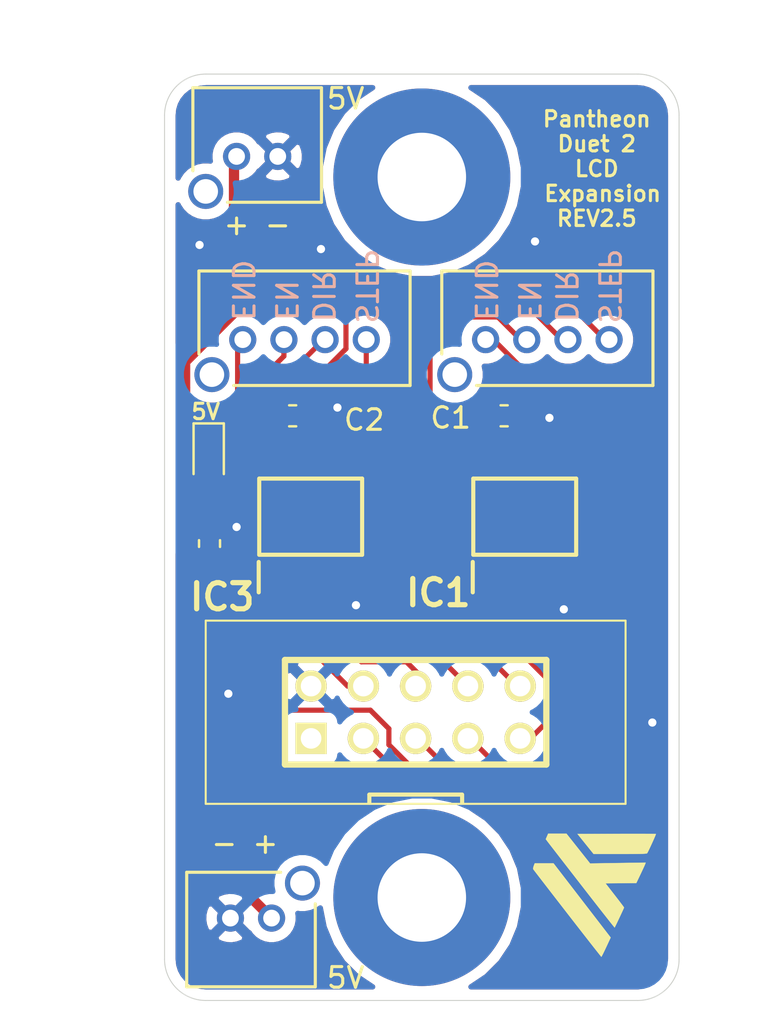
<source format=kicad_pcb>
(kicad_pcb (version 20171130) (host pcbnew "(5.1.6)-1")

  (general
    (thickness 1.6)
    (drawings 25)
    (tracks 141)
    (zones 0)
    (modules 16)
    (nets 31)
  )

  (page A4)
  (layers
    (0 F.Cu signal)
    (31 B.Cu signal)
    (32 B.Adhes user)
    (33 F.Adhes user)
    (34 B.Paste user)
    (35 F.Paste user)
    (36 B.SilkS user)
    (37 F.SilkS user)
    (38 B.Mask user)
    (39 F.Mask user)
    (40 Dwgs.User user)
    (41 Cmts.User user)
    (42 Eco1.User user)
    (43 Eco2.User user)
    (44 Edge.Cuts user)
    (45 Margin user)
    (46 B.CrtYd user)
    (47 F.CrtYd user)
    (48 B.Fab user)
    (49 F.Fab user)
  )

  (setup
    (last_trace_width 0.25)
    (trace_clearance 0.2)
    (zone_clearance 0.508)
    (zone_45_only no)
    (trace_min 0.2)
    (via_size 0.8)
    (via_drill 0.4)
    (via_min_size 0.4)
    (via_min_drill 0.3)
    (uvia_size 0.3)
    (uvia_drill 0.1)
    (uvias_allowed no)
    (uvia_min_size 0.2)
    (uvia_min_drill 0.1)
    (edge_width 0.05)
    (segment_width 0.2)
    (pcb_text_width 0.3)
    (pcb_text_size 1.5 1.5)
    (mod_edge_width 0.12)
    (mod_text_size 1 1)
    (mod_text_width 0.15)
    (pad_size 8.6 8.6)
    (pad_drill 4.3)
    (pad_to_mask_clearance 0.05)
    (aux_axis_origin 0 0)
    (visible_elements 7FFFFFFF)
    (pcbplotparams
      (layerselection 0x010fc_ffffffff)
      (usegerberextensions false)
      (usegerberattributes true)
      (usegerberadvancedattributes true)
      (creategerberjobfile true)
      (excludeedgelayer true)
      (linewidth 0.100000)
      (plotframeref false)
      (viasonmask false)
      (mode 1)
      (useauxorigin false)
      (hpglpennumber 1)
      (hpglpenspeed 20)
      (hpglpendiameter 15.000000)
      (psnegative false)
      (psa4output false)
      (plotreference true)
      (plotvalue true)
      (plotinvisibletext false)
      (padsonsilk false)
      (subtractmaskfromsilk false)
      (outputformat 1)
      (mirror false)
      (drillshape 0)
      (scaleselection 1)
      (outputdirectory "../../../../../Expansion_gerb/pos/"))
  )

  (net 0 "")
  (net 1 +3V3)
  (net 2 GND)
  (net 3 "Net-(D1-Pad2)")
  (net 4 "Net-(IC1-Pad13)")
  (net 5 "Net-(IC1-Pad12)")
  (net 6 "Net-(IC1-Pad11)")
  (net 7 "Net-(IC1-Pad10)")
  (net 8 Stp_10)
  (net 9 Stp_10_out)
  (net 10 En_10_out)
  (net 11 En_10)
  (net 12 Dir_10_out)
  (net 13 Dir_10)
  (net 14 Dir_11)
  (net 15 Dir_11_out)
  (net 16 En_11)
  (net 17 En_11_out)
  (net 18 Stp_11_out)
  (net 19 Stp_11)
  (net 20 +5V)
  (net 21 "Net-(IC3-Pad10)")
  (net 22 "Net-(IC3-Pad11)")
  (net 23 "Net-(IC3-Pad12)")
  (net 24 "Net-(IC3-Pad13)")
  (net 25 "Net-(IC3-Pad1)")
  (net 26 "Net-(IC3-Pad2)")
  (net 27 "Net-(J1-Pad1)")
  (net 28 "Net-(J2-Pad4)")
  (net 29 "Net-(IC1-Pad9)")
  (net 30 "Net-(IC1-Pad8)")

  (net_class Default "This is the default net class."
    (clearance 0.2)
    (trace_width 0.25)
    (via_dia 0.8)
    (via_drill 0.4)
    (uvia_dia 0.3)
    (uvia_drill 0.1)
    (add_net +3V3)
    (add_net +5V)
    (add_net Dir_10)
    (add_net Dir_10_out)
    (add_net Dir_11)
    (add_net Dir_11_out)
    (add_net En_10)
    (add_net En_10_out)
    (add_net En_11)
    (add_net En_11_out)
    (add_net GND)
    (add_net "Net-(D1-Pad2)")
    (add_net "Net-(IC1-Pad10)")
    (add_net "Net-(IC1-Pad11)")
    (add_net "Net-(IC1-Pad12)")
    (add_net "Net-(IC1-Pad13)")
    (add_net "Net-(IC1-Pad8)")
    (add_net "Net-(IC1-Pad9)")
    (add_net "Net-(IC3-Pad1)")
    (add_net "Net-(IC3-Pad10)")
    (add_net "Net-(IC3-Pad11)")
    (add_net "Net-(IC3-Pad12)")
    (add_net "Net-(IC3-Pad13)")
    (add_net "Net-(IC3-Pad2)")
    (add_net "Net-(J1-Pad1)")
    (add_net "Net-(J2-Pad4)")
    (add_net Stp_10)
    (add_net Stp_10_out)
    (add_net Stp_11)
    (add_net Stp_11_out)
  )

  (module complib:IDC_PIN_ARRAY_5x2 (layer F.Cu) (tedit 6099C6E4) (tstamp 6099A847)
    (at 29.2 58)
    (descr "Double rangee de contacts 2 x 5 pins")
    (tags CONN)
    (path /606FF61F)
    (fp_text reference J2 (at -0.3048 -0.1143) (layer F.SilkS) hide
      (effects (font (size 1.016 1.016) (thickness 0.2032)))
    )
    (fp_text value Conn_02x05_Odd_Even (at -0.2794 5.2705) (layer F.SilkS) hide
      (effects (font (size 0.7 0.7) (thickness 0.1)))
    )
    (fp_line (start 2.2585 4) (end 2.2585 4.4) (layer F.SilkS) (width 0.2))
    (fp_line (start -2.25 4) (end -2.25 4.4) (layer F.SilkS) (width 0.2))
    (fp_line (start -2.25 4) (end 2.25 4) (layer F.SilkS) (width 0.2))
    (fp_line (start -10.2 4.45) (end 10.2 4.45) (layer F.SilkS) (width 0.1))
    (fp_line (start 10.2 4.45) (end 10.2 -4.45) (layer F.SilkS) (width 0.1))
    (fp_line (start 10.2 -4.45) (end -10.2 -4.45) (layer F.SilkS) (width 0.1))
    (fp_line (start -10.2 -4.45) (end -10.2 4.45) (layer F.SilkS) (width 0.1))
    (fp_line (start -6.35 -2.54) (end 6.35 -2.54) (layer F.SilkS) (width 0.3048))
    (fp_line (start 6.35 -2.54) (end 6.35 2.54) (layer F.SilkS) (width 0.3048))
    (fp_line (start 6.35 2.54) (end -6.35 2.54) (layer F.SilkS) (width 0.3048))
    (fp_line (start -6.35 2.54) (end -6.35 -2.54) (layer F.SilkS) (width 0.3048))
    (pad 10 thru_hole circle (at 5.08 -1.27) (size 1.524 1.524) (drill 1) (layers *.Cu *.Mask F.SilkS)
      (net 19 Stp_11))
    (pad 9 thru_hole circle (at 5.08 1.27) (size 1.524 1.524) (drill 1) (layers *.Cu *.Mask F.SilkS)
      (net 8 Stp_10))
    (pad 8 thru_hole circle (at 2.54 -1.27) (size 1.524 1.524) (drill 1) (layers *.Cu *.Mask F.SilkS)
      (net 14 Dir_11))
    (pad 7 thru_hole circle (at 2.54 1.27) (size 1.524 1.524) (drill 1) (layers *.Cu *.Mask F.SilkS)
      (net 13 Dir_10))
    (pad 6 thru_hole circle (at 0 -1.27) (size 1.524 1.524) (drill 1) (layers *.Cu *.Mask F.SilkS)
      (net 16 En_11))
    (pad 5 thru_hole circle (at 0 1.27) (size 1.524 1.524) (drill 1) (layers *.Cu *.Mask F.SilkS)
      (net 11 En_10))
    (pad 4 thru_hole circle (at -2.54 -1.27) (size 1.524 1.524) (drill 1) (layers *.Cu *.Mask F.SilkS)
      (net 28 "Net-(J2-Pad4)"))
    (pad 3 thru_hole circle (at -2.54 1.27) (size 1.524 1.524) (drill 1) (layers *.Cu *.Mask F.SilkS)
      (net 27 "Net-(J1-Pad1)"))
    (pad 2 thru_hole circle (at -5.08 -1.27) (size 1.524 1.524) (drill 1) (layers *.Cu *.Mask F.SilkS)
      (net 2 GND))
    (pad 1 thru_hole rect (at -5.08 1.27) (size 1.524 1.524) (drill 1) (layers *.Cu *.Mask F.SilkS)
      (net 1 +3V3))
    (model pin_array/pins_array_5x2.wrl
      (at (xyz 0 0 0))
      (scale (xyz 1 1 1))
      (rotate (xyz 0 0 0))
    )
    (model ${KISYS3DMOD}/Connector_PinSocket_2.54mm.3dshapes/PinSocket_2x05_P2.54mm_Vertical.wrl
      (offset (xyz -5.1 1.2 0))
      (scale (xyz 1 1 0.9))
      (rotate (xyz 0 0 -90))
    )
    (model "C:/Users/Stanley/Desktop/CAD/Steps/SBH11-_ _ _C-D05-ST-_ _.STEP"
      (offset (xyz 100 100 0))
      (scale (xyz 1 1 1))
      (rotate (xyz 0 0 0))
    )
  )

  (module footprints:B02B-PASK-1LFSN (layer F.Cu) (tedit 6099AAF3) (tstamp 6099A756)
    (at 22.2 68)
    (path /607158D0)
    (fp_text reference J5 (at -1 0) (layer F.SilkS) hide
      (effects (font (size 1 1) (thickness 0.15)))
    )
    (fp_text value Conn_01x02 (at -1 0) (layer F.SilkS) hide
      (effects (font (size 1 1) (thickness 0.15)))
    )
    (fp_circle (center 0 1.905) (end 0.381 1.905) (layer F.Fab) (width 0.1524))
    (fp_line (start 2.6049 -2.804899) (end -4.2512 -2.804899) (layer F.CrtYd) (width 0.1524))
    (fp_line (start 2.6049 3.462599) (end 2.6049 -2.804899) (layer F.CrtYd) (width 0.1524))
    (fp_line (start -4.2512 3.462599) (end 2.6049 3.462599) (layer F.CrtYd) (width 0.1524))
    (fp_line (start -4.2512 -2.804899) (end -4.2512 3.462599) (layer F.CrtYd) (width 0.1524))
    (fp_line (start -3.9972 -2.1) (end -3.9972 3.208599) (layer F.Fab) (width 0.1524))
    (fp_line (start 1.9972 -2.1) (end -3.9972 -2.1) (layer F.Fab) (width 0.1524))
    (fp_line (start 1.9972 3.208599) (end 1.9972 -2.1) (layer F.Fab) (width 0.1524))
    (fp_line (start -3.9972 3.208599) (end 1.9972 3.208599) (layer F.Fab) (width 0.1524))
    (fp_line (start -4.1242 -2.227) (end -4.1242 3.335599) (layer F.SilkS) (width 0.1524))
    (fp_line (start 0.440153 -2.227) (end -4.1242 -2.227) (layer F.SilkS) (width 0.1524))
    (fp_line (start 2.1242 3.335599) (end 2.1242 -0.694327) (layer F.SilkS) (width 0.1524))
    (fp_line (start -4.1242 3.335599) (end 2.1242 3.335599) (layer F.SilkS) (width 0.1524))
    (fp_text user "Copyright 2016 Accelerated Designs. All rights reserved." (at 0 0) (layer Cmts.User)
      (effects (font (size 0.127 0.127) (thickness 0.002)))
    )
    (pad "" np_thru_hole circle (at 1.5 -1.7) (size 1.7018 1.7018) (drill 1.1938) (layers *.Cu *.Mask))
    (pad 2 thru_hole circle (at -2.000001 0) (size 1.3208 1.3208) (drill 0.8128) (layers *.Cu *.Mask)
      (net 2 GND))
    (pad 1 thru_hole circle (at 0.000001 0) (size 1.3208 1.3208) (drill 0.8128) (layers *.Cu *.Mask)
      (net 20 +5V))
    (model C:/Users/Stanley/Desktop/CAD/Steps/B02B-PASK-1.STEP
      (offset (xyz -1 0 3))
      (scale (xyz 1 1 1))
      (rotate (xyz -90 0 0))
    )
  )

  (module footprints:B02B-PASK-1LFSN (layer F.Cu) (tedit 6099AAF3) (tstamp 6099A807)
    (at 20.5 31 180)
    (path /60714BC2)
    (fp_text reference J4 (at -1 0) (layer F.SilkS) hide
      (effects (font (size 1 1) (thickness 0.15)))
    )
    (fp_text value Conn_01x02 (at -1 0) (layer F.SilkS) hide
      (effects (font (size 1 1) (thickness 0.15)))
    )
    (fp_circle (center 0 1.905) (end 0.381 1.905) (layer F.Fab) (width 0.1524))
    (fp_line (start 2.6049 -2.804899) (end -4.2512 -2.804899) (layer F.CrtYd) (width 0.1524))
    (fp_line (start 2.6049 3.462599) (end 2.6049 -2.804899) (layer F.CrtYd) (width 0.1524))
    (fp_line (start -4.2512 3.462599) (end 2.6049 3.462599) (layer F.CrtYd) (width 0.1524))
    (fp_line (start -4.2512 -2.804899) (end -4.2512 3.462599) (layer F.CrtYd) (width 0.1524))
    (fp_line (start -3.9972 -2.1) (end -3.9972 3.208599) (layer F.Fab) (width 0.1524))
    (fp_line (start 1.9972 -2.1) (end -3.9972 -2.1) (layer F.Fab) (width 0.1524))
    (fp_line (start 1.9972 3.208599) (end 1.9972 -2.1) (layer F.Fab) (width 0.1524))
    (fp_line (start -3.9972 3.208599) (end 1.9972 3.208599) (layer F.Fab) (width 0.1524))
    (fp_line (start -4.1242 -2.227) (end -4.1242 3.335599) (layer F.SilkS) (width 0.1524))
    (fp_line (start 0.440153 -2.227) (end -4.1242 -2.227) (layer F.SilkS) (width 0.1524))
    (fp_line (start 2.1242 3.335599) (end 2.1242 -0.694327) (layer F.SilkS) (width 0.1524))
    (fp_line (start -4.1242 3.335599) (end 2.1242 3.335599) (layer F.SilkS) (width 0.1524))
    (fp_text user "Copyright 2016 Accelerated Designs. All rights reserved." (at 0 0) (layer Cmts.User)
      (effects (font (size 0.127 0.127) (thickness 0.002)))
    )
    (pad "" np_thru_hole circle (at 1.5 -1.7 180) (size 1.7018 1.7018) (drill 1.1938) (layers *.Cu *.Mask))
    (pad 2 thru_hole circle (at -2.000001 0 180) (size 1.3208 1.3208) (drill 0.8128) (layers *.Cu *.Mask)
      (net 2 GND))
    (pad 1 thru_hole circle (at 0.000001 0 180) (size 1.3208 1.3208) (drill 0.8128) (layers *.Cu *.Mask)
      (net 20 +5V))
    (model C:/Users/Stanley/Desktop/CAD/Steps/B02B-PASK-1.STEP
      (offset (xyz -1 0 3))
      (scale (xyz 1 1 1))
      (rotate (xyz -90 0 0))
    )
  )

  (module footprints:B04B-PASK-1 (layer F.Cu) (tedit 6099AA7C) (tstamp 6099A903)
    (at 20.8 39.9 180)
    (path /606FF643)
    (fp_text reference J3 (at -2.999999 0) (layer F.SilkS) hide
      (effects (font (size 1 1) (thickness 0.15)))
    )
    (fp_text value Conn_01x04 (at -2.999999 0) (layer F.SilkS) hide
      (effects (font (size 1 1) (thickness 0.15)))
    )
    (fp_circle (center 0 1.905) (end 0.381 1.905) (layer F.Fab) (width 0.1524))
    (fp_line (start 2.604902 -2.804899) (end -8.257799 -2.804899) (layer F.CrtYd) (width 0.1524))
    (fp_line (start 2.604902 3.462599) (end 2.604902 -2.804899) (layer F.CrtYd) (width 0.1524))
    (fp_line (start -8.257799 3.462599) (end 2.604902 3.462599) (layer F.CrtYd) (width 0.1524))
    (fp_line (start -8.257799 -2.804899) (end -8.257799 3.462599) (layer F.CrtYd) (width 0.1524))
    (fp_line (start -8.003799 -2.1) (end -8.003799 3.208599) (layer F.Fab) (width 0.1524))
    (fp_line (start 2.003801 -2.1) (end -8.003799 -2.1) (layer F.Fab) (width 0.1524))
    (fp_line (start 2.003801 3.208599) (end 2.003801 -2.1) (layer F.Fab) (width 0.1524))
    (fp_line (start -8.003799 3.208599) (end 2.003801 3.208599) (layer F.Fab) (width 0.1524))
    (fp_line (start -8.130799 -2.227) (end -8.130799 3.335599) (layer F.SilkS) (width 0.1524))
    (fp_line (start 0.440156 -2.227) (end -8.130799 -2.227) (layer F.SilkS) (width 0.1524))
    (fp_line (start 2.130801 3.335599) (end 2.130801 -0.698453) (layer F.SilkS) (width 0.1524))
    (fp_line (start -8.130799 3.335599) (end 2.130801 3.335599) (layer F.SilkS) (width 0.1524))
    (fp_text user * (at 0 0) (layer F.Fab)
      (effects (font (size 1 1) (thickness 0.15)))
    )
    (fp_text user "Copyright 2016 Accelerated Designs. All rights reserved." (at 0 0) (layer Cmts.User)
      (effects (font (size 0.127 0.127) (thickness 0.002)))
    )
    (pad "" np_thru_hole circle (at 1.500002 -1.7 180) (size 1.7018 1.7018) (drill 1.1938) (layers *.Cu *.Mask))
    (pad 4 thru_hole circle (at -5.999998 0 180) (size 1.3208 1.3208) (drill 0.8128) (layers *.Cu *.Mask)
      (net 18 Stp_11_out))
    (pad 3 thru_hole circle (at -4 0 180) (size 1.3208 1.3208) (drill 0.8128) (layers *.Cu *.Mask)
      (net 15 Dir_11_out))
    (pad 2 thru_hole circle (at -1.999999 0 180) (size 1.3208 1.3208) (drill 0.8128) (layers *.Cu *.Mask)
      (net 17 En_11_out))
    (pad 1 thru_hole circle (at 0 0 180) (size 1.3208 1.3208) (drill 0.8128) (layers *.Cu *.Mask)
      (net 28 "Net-(J2-Pad4)"))
    (model C:/Users/Stanley/Desktop/CAD/Steps/B04B-PASK-1.STEP
      (offset (xyz -3 0 3))
      (scale (xyz 1 1 1))
      (rotate (xyz -90 0 0))
    )
  )

  (module footprints:B04B-PASK-1 (layer F.Cu) (tedit 6099AA7C) (tstamp 6099A795)
    (at 32.6 39.9 180)
    (path /606FF63D)
    (fp_text reference J1 (at -2.999999 0) (layer F.SilkS) hide
      (effects (font (size 1 1) (thickness 0.15)))
    )
    (fp_text value Conn_01x04 (at -2.999999 0) (layer F.SilkS) hide
      (effects (font (size 1 1) (thickness 0.15)))
    )
    (fp_circle (center 0 1.905) (end 0.381 1.905) (layer F.Fab) (width 0.1524))
    (fp_line (start 2.604902 -2.804899) (end -8.257799 -2.804899) (layer F.CrtYd) (width 0.1524))
    (fp_line (start 2.604902 3.462599) (end 2.604902 -2.804899) (layer F.CrtYd) (width 0.1524))
    (fp_line (start -8.257799 3.462599) (end 2.604902 3.462599) (layer F.CrtYd) (width 0.1524))
    (fp_line (start -8.257799 -2.804899) (end -8.257799 3.462599) (layer F.CrtYd) (width 0.1524))
    (fp_line (start -8.003799 -2.1) (end -8.003799 3.208599) (layer F.Fab) (width 0.1524))
    (fp_line (start 2.003801 -2.1) (end -8.003799 -2.1) (layer F.Fab) (width 0.1524))
    (fp_line (start 2.003801 3.208599) (end 2.003801 -2.1) (layer F.Fab) (width 0.1524))
    (fp_line (start -8.003799 3.208599) (end 2.003801 3.208599) (layer F.Fab) (width 0.1524))
    (fp_line (start -8.130799 -2.227) (end -8.130799 3.335599) (layer F.SilkS) (width 0.1524))
    (fp_line (start 0.440156 -2.227) (end -8.130799 -2.227) (layer F.SilkS) (width 0.1524))
    (fp_line (start 2.130801 3.335599) (end 2.130801 -0.698453) (layer F.SilkS) (width 0.1524))
    (fp_line (start -8.130799 3.335599) (end 2.130801 3.335599) (layer F.SilkS) (width 0.1524))
    (fp_text user * (at 0 0) (layer F.Fab)
      (effects (font (size 1 1) (thickness 0.15)))
    )
    (fp_text user "Copyright 2016 Accelerated Designs. All rights reserved." (at 0 0) (layer Cmts.User)
      (effects (font (size 0.127 0.127) (thickness 0.002)))
    )
    (pad "" np_thru_hole circle (at 1.500002 -1.7 180) (size 1.7018 1.7018) (drill 1.1938) (layers *.Cu *.Mask))
    (pad 4 thru_hole circle (at -5.999998 0 180) (size 1.3208 1.3208) (drill 0.8128) (layers *.Cu *.Mask)
      (net 9 Stp_10_out))
    (pad 3 thru_hole circle (at -4 0 180) (size 1.3208 1.3208) (drill 0.8128) (layers *.Cu *.Mask)
      (net 12 Dir_10_out))
    (pad 2 thru_hole circle (at -1.999999 0 180) (size 1.3208 1.3208) (drill 0.8128) (layers *.Cu *.Mask)
      (net 10 En_10_out))
    (pad 1 thru_hole circle (at 0 0 180) (size 1.3208 1.3208) (drill 0.8128) (layers *.Cu *.Mask)
      (net 27 "Net-(J1-Pad1)"))
    (model C:/Users/Stanley/Desktop/CAD/Steps/B04B-PASK-1.STEP
      (offset (xyz -3 0 3))
      (scale (xyz 1 1 1))
      (rotate (xyz -90 0 0))
    )
  )

  (module LED_SMD:LED_0603_1608Metric_Pad1.05x0.95mm_HandSolder (layer F.Cu) (tedit 5B4B45C9) (tstamp 6099A8B3)
    (at 19.144999 45.630001 270)
    (descr "LED SMD 0603 (1608 Metric), square (rectangular) end terminal, IPC_7351 nominal, (Body size source: http://www.tortai-tech.com/upload/download/2011102023233369053.pdf), generated with kicad-footprint-generator")
    (tags "LED handsolder")
    (path /606FF5F9)
    (attr smd)
    (fp_text reference D1 (at 0 -1.43 90) (layer F.SilkS) hide
      (effects (font (size 1 1) (thickness 0.15)))
    )
    (fp_text value LED (at 0 1.43 90) (layer F.Fab)
      (effects (font (size 1 1) (thickness 0.15)))
    )
    (fp_line (start 1.65 0.73) (end -1.65 0.73) (layer F.CrtYd) (width 0.05))
    (fp_line (start 1.65 -0.73) (end 1.65 0.73) (layer F.CrtYd) (width 0.05))
    (fp_line (start -1.65 -0.73) (end 1.65 -0.73) (layer F.CrtYd) (width 0.05))
    (fp_line (start -1.65 0.73) (end -1.65 -0.73) (layer F.CrtYd) (width 0.05))
    (fp_line (start -1.66 0.735) (end 0.8 0.735) (layer F.SilkS) (width 0.12))
    (fp_line (start -1.66 -0.735) (end -1.66 0.735) (layer F.SilkS) (width 0.12))
    (fp_line (start 0.8 -0.735) (end -1.66 -0.735) (layer F.SilkS) (width 0.12))
    (fp_line (start 0.8 0.4) (end 0.8 -0.4) (layer F.Fab) (width 0.1))
    (fp_line (start -0.8 0.4) (end 0.8 0.4) (layer F.Fab) (width 0.1))
    (fp_line (start -0.8 -0.1) (end -0.8 0.4) (layer F.Fab) (width 0.1))
    (fp_line (start -0.5 -0.4) (end -0.8 -0.1) (layer F.Fab) (width 0.1))
    (fp_line (start 0.8 -0.4) (end -0.5 -0.4) (layer F.Fab) (width 0.1))
    (fp_text user %R (at 0 0 90) (layer F.Fab)
      (effects (font (size 0.4 0.4) (thickness 0.06)))
    )
    (pad 1 smd roundrect (at -0.875 0 270) (size 1.05 0.95) (layers F.Cu F.Paste F.Mask) (roundrect_rratio 0.25)
      (net 2 GND))
    (pad 2 smd roundrect (at 0.875 0 270) (size 1.05 0.95) (layers F.Cu F.Paste F.Mask) (roundrect_rratio 0.25)
      (net 3 "Net-(D1-Pad2)"))
    (model ${KISYS3DMOD}/LED_SMD.3dshapes/LED_0603_1608Metric.wrl
      (at (xyz 0 0 0))
      (scale (xyz 1 1 1))
      (rotate (xyz 0 0 0))
    )
  )

  (module Resistor_SMD:R_0603_1608Metric (layer F.Cu) (tedit 5B301BBD) (tstamp 6099A7D3)
    (at 19.184999 49.805001 90)
    (descr "Resistor SMD 0603 (1608 Metric), square (rectangular) end terminal, IPC_7351 nominal, (Body size source: http://www.tortai-tech.com/upload/download/2011102023233369053.pdf), generated with kicad-footprint-generator")
    (tags resistor)
    (path /606FF5F3)
    (attr smd)
    (fp_text reference R1 (at 0 -1.43 90) (layer F.SilkS) hide
      (effects (font (size 1 1) (thickness 0.15)))
    )
    (fp_text value 150R (at 0 1.43 90) (layer F.Fab)
      (effects (font (size 1 1) (thickness 0.15)))
    )
    (fp_line (start 1.48 0.73) (end -1.48 0.73) (layer F.CrtYd) (width 0.05))
    (fp_line (start 1.48 -0.73) (end 1.48 0.73) (layer F.CrtYd) (width 0.05))
    (fp_line (start -1.48 -0.73) (end 1.48 -0.73) (layer F.CrtYd) (width 0.05))
    (fp_line (start -1.48 0.73) (end -1.48 -0.73) (layer F.CrtYd) (width 0.05))
    (fp_line (start -0.162779 0.51) (end 0.162779 0.51) (layer F.SilkS) (width 0.12))
    (fp_line (start -0.162779 -0.51) (end 0.162779 -0.51) (layer F.SilkS) (width 0.12))
    (fp_line (start 0.8 0.4) (end -0.8 0.4) (layer F.Fab) (width 0.1))
    (fp_line (start 0.8 -0.4) (end 0.8 0.4) (layer F.Fab) (width 0.1))
    (fp_line (start -0.8 -0.4) (end 0.8 -0.4) (layer F.Fab) (width 0.1))
    (fp_line (start -0.8 0.4) (end -0.8 -0.4) (layer F.Fab) (width 0.1))
    (fp_text user %R (at 0 0 90) (layer F.Fab)
      (effects (font (size 0.4 0.4) (thickness 0.06)))
    )
    (pad 1 smd roundrect (at -0.7875 0 90) (size 0.875 0.95) (layers F.Cu F.Paste F.Mask) (roundrect_rratio 0.25)
      (net 20 +5V))
    (pad 2 smd roundrect (at 0.7875 0 90) (size 0.875 0.95) (layers F.Cu F.Paste F.Mask) (roundrect_rratio 0.25)
      (net 3 "Net-(D1-Pad2)"))
    (model ${KISYS3DMOD}/Resistor_SMD.3dshapes/R_0603_1608Metric.wrl
      (at (xyz 0 0 0))
      (scale (xyz 1 1 1))
      (rotate (xyz 0 0 0))
    )
  )

  (module MountingHole:MountingHole_4.3mm_M4_Pad (layer F.Cu) (tedit 56D1B4CB) (tstamp 6099A968)
    (at 29.5 32)
    (descr "Mounting Hole 4.3mm, M4")
    (tags "mounting hole 4.3mm m4")
    (path /606FF665)
    (attr virtual)
    (fp_text reference M1 (at 0 -5.3) (layer F.SilkS) hide
      (effects (font (size 1 1) (thickness 0.15)))
    )
    (fp_text value Mounting (at 0 5.3) (layer F.Fab)
      (effects (font (size 1 1) (thickness 0.15)))
    )
    (fp_circle (center 0 0) (end 4.55 0) (layer F.CrtYd) (width 0.05))
    (fp_circle (center 0 0) (end 4.3 0) (layer Cmts.User) (width 0.15))
    (fp_text user %R (at 0.3 0) (layer F.Fab)
      (effects (font (size 1 1) (thickness 0.15)))
    )
    (pad 1 thru_hole circle (at 0 0) (size 8.6 8.6) (drill 4.3) (layers *.Cu *.Mask))
  )

  (module MountingHole:MountingHole_4.3mm_M4_Pad (layer F.Cu) (tedit 56D1B4CB) (tstamp 6099A893)
    (at 29.5 67)
    (descr "Mounting Hole 4.3mm, M4")
    (tags "mounting hole 4.3mm m4")
    (path /606FF66B)
    (attr virtual)
    (fp_text reference M2 (at 0 -5.3) (layer F.SilkS) hide
      (effects (font (size 1 1) (thickness 0.15)))
    )
    (fp_text value Mounting (at 0 5.3) (layer F.Fab)
      (effects (font (size 1 1) (thickness 0.15)))
    )
    (fp_circle (center 0 0) (end 4.3 0) (layer Cmts.User) (width 0.15))
    (fp_circle (center 0 0) (end 4.55 0) (layer F.CrtYd) (width 0.05))
    (fp_text user %R (at 0.3 0) (layer F.Fab)
      (effects (font (size 1 1) (thickness 0.15)))
    )
    (pad 1 thru_hole circle (at 0 0) (size 8.6 8.6) (drill 4.3) (layers *.Cu *.Mask))
  )

  (module Pantheon:logo_6mm (layer F.Cu) (tedit 60650996) (tstamp 6070C76E)
    (at 37.86 66.89)
    (path /606FF671)
    (fp_text reference M3 (at 0 0) (layer F.SilkS) hide
      (effects (font (size 1.524 1.524) (thickness 0.3)))
    )
    (fp_text value LOGO (at 0.75 0) (layer F.SilkS) hide
      (effects (font (size 1.524 1.524) (thickness 0.3)))
    )
    (fp_poly (pts (xy -1.748066 -1.277055) (xy -1.694213 -1.207206) (xy -1.609416 -1.097185) (xy -1.497174 -0.951534)
      (xy -1.36099 -0.774798) (xy -1.204364 -0.571521) (xy -1.030796 -0.346245) (xy -0.843788 -0.103515)
      (xy -0.646839 0.152127) (xy -0.443452 0.416137) (xy -0.358994 0.525771) (xy 0.817845 2.05343)
      (xy 0.599422 2.521962) (xy 0.529198 2.670673) (xy 0.46642 2.799983) (xy 0.41514 2.901842)
      (xy 0.379406 2.968197) (xy 0.363462 2.991025) (xy 0.344036 2.96929) (xy 0.292489 2.905978)
      (xy 0.211229 2.804164) (xy 0.102666 2.666921) (xy -0.030791 2.497322) (xy -0.186733 2.298442)
      (xy -0.362752 2.073354) (xy -0.556438 1.825132) (xy -0.765382 1.556849) (xy -0.987175 1.271579)
      (xy -1.219409 0.972397) (xy -1.289548 0.881945) (xy -1.524764 0.578444) (xy -1.750313 0.28724)
      (xy -1.963767 0.011474) (xy -2.162702 -0.245712) (xy -2.344691 -0.481176) (xy -2.50731 -0.691776)
      (xy -2.648131 -0.87437) (xy -2.76473 -1.025817) (xy -2.85468 -1.142974) (xy -2.915557 -1.2227)
      (xy -2.944933 -1.261852) (xy -2.947182 -1.265113) (xy -2.951039 -1.312669) (xy -2.934599 -1.389533)
      (xy -2.921672 -1.427391) (xy -2.873998 -1.552222) (xy -1.960299 -1.552222) (xy -1.748066 -1.277055)) (layer F.SilkS) (width 0.01))
    (fp_poly (pts (xy -0.756777 -2.268345) (xy -0.183444 -1.545134) (xy 1.167016 -1.565774) (xy 2.517476 -1.586413)
      (xy 2.49818 -1.525619) (xy 2.479945 -1.480649) (xy 2.441684 -1.394661) (xy 2.387892 -1.277476)
      (xy 2.323063 -1.138917) (xy 2.271015 -1.029209) (xy 2.063145 -0.593594) (xy 1.315353 -0.586075)
      (xy 0.567561 -0.578555) (xy 1.017481 0) (xy 1.138496 0.156258) (xy 1.247204 0.297857)
      (xy 1.339023 0.418729) (xy 1.409371 0.512806) (xy 1.453669 0.57402) (xy 1.467478 0.596044)
      (xy 1.456022 0.62558) (xy 1.424684 0.696167) (xy 1.378084 0.798008) (xy 1.32084 0.921305)
      (xy 1.257573 1.056261) (xy 1.192902 1.193079) (xy 1.131447 1.321959) (xy 1.077828 1.433106)
      (xy 1.036664 1.516721) (xy 1.012575 1.563006) (xy 1.0088 1.56883) (xy 0.990203 1.548756)
      (xy 0.939492 1.487137) (xy 0.859098 1.387068) (xy 0.751454 1.251641) (xy 0.618993 1.08395)
      (xy 0.464147 0.887088) (xy 0.289347 0.664147) (xy 0.097028 0.418222) (xy -0.11038 0.152405)
      (xy -0.330443 -0.13021) (xy -0.560729 -0.426531) (xy -0.59505 -0.470742) (xy -0.828565 -0.771633)
      (xy -1.053389 -1.061415) (xy -1.266951 -1.33677) (xy -1.466679 -1.594378) (xy -1.650004 -1.83092)
      (xy -1.814353 -2.043076) (xy -1.957155 -2.227528) (xy -2.07584 -2.380957) (xy -2.167836 -2.500043)
      (xy -2.230571 -2.581467) (xy -2.261476 -2.62191) (xy -2.262548 -2.623346) (xy -2.337874 -2.724701)
      (xy -2.22236 -2.991555) (xy -1.33011 -2.991555) (xy -0.756777 -2.268345)) (layer F.SilkS) (width 0.01))
    (fp_poly (pts (xy 2.271122 -2.986059) (xy 2.498249 -2.985327) (xy 2.689977 -2.984201) (xy 2.841655 -2.9827)
      (xy 2.948626 -2.980841) (xy 3.00624 -2.978643) (xy 3.015154 -2.977365) (xy 3.007952 -2.949307)
      (xy 2.980821 -2.880251) (xy 2.938265 -2.780081) (xy 2.884787 -2.658681) (xy 2.824891 -2.525936)
      (xy 2.763081 -2.39173) (xy 2.703861 -2.265946) (xy 2.651734 -2.15847) (xy 2.611205 -2.079185)
      (xy 2.587603 -2.039055) (xy 2.568793 -2.030329) (xy 2.523864 -2.023065) (xy 2.448848 -2.01716)
      (xy 2.339775 -2.012507) (xy 2.192675 -2.009002) (xy 2.003578 -2.00654) (xy 1.768514 -2.005016)
      (xy 1.483515 -2.004324) (xy 1.2736 -2.004269) (xy -0.014111 -2.00476) (xy -0.797145 -2.977444)
      (xy 1.101709 -2.9847) (xy 1.423891 -2.985719) (xy 1.72929 -2.986273) (xy 2.013252 -2.986381)
      (xy 2.271122 -2.986059)) (layer F.SilkS) (width 0.01))
  )

  (module Capacitor_SMD:C_0603_1608Metric_Pad1.05x0.95mm_HandSolder (layer F.Cu) (tedit 5B301BBE) (tstamp 6099A722)
    (at 33.5 43.6)
    (descr "Capacitor SMD 0603 (1608 Metric), square (rectangular) end terminal, IPC_7351 nominal with elongated pad for handsoldering. (Body size source: http://www.tortai-tech.com/upload/download/2011102023233369053.pdf), generated with kicad-footprint-generator")
    (tags "capacitor handsolder")
    (path /6070B135)
    (attr smd)
    (fp_text reference C1 (at -2.6 0.1) (layer F.SilkS)
      (effects (font (size 1 1) (thickness 0.15)))
    )
    (fp_text value 0.1uF (at 0 1.43) (layer F.Fab)
      (effects (font (size 1 1) (thickness 0.15)))
    )
    (fp_line (start 1.65 0.73) (end -1.65 0.73) (layer F.CrtYd) (width 0.05))
    (fp_line (start 1.65 -0.73) (end 1.65 0.73) (layer F.CrtYd) (width 0.05))
    (fp_line (start -1.65 -0.73) (end 1.65 -0.73) (layer F.CrtYd) (width 0.05))
    (fp_line (start -1.65 0.73) (end -1.65 -0.73) (layer F.CrtYd) (width 0.05))
    (fp_line (start -0.171267 0.51) (end 0.171267 0.51) (layer F.SilkS) (width 0.12))
    (fp_line (start -0.171267 -0.51) (end 0.171267 -0.51) (layer F.SilkS) (width 0.12))
    (fp_line (start 0.8 0.4) (end -0.8 0.4) (layer F.Fab) (width 0.1))
    (fp_line (start 0.8 -0.4) (end 0.8 0.4) (layer F.Fab) (width 0.1))
    (fp_line (start -0.8 -0.4) (end 0.8 -0.4) (layer F.Fab) (width 0.1))
    (fp_line (start -0.8 0.4) (end -0.8 -0.4) (layer F.Fab) (width 0.1))
    (fp_text user %R (at 0 0) (layer F.Fab)
      (effects (font (size 0.4 0.4) (thickness 0.06)))
    )
    (pad 2 smd roundrect (at 0.875 0) (size 1.05 0.95) (layers F.Cu F.Paste F.Mask) (roundrect_rratio 0.25)
      (net 2 GND))
    (pad 1 smd roundrect (at -0.875 0) (size 1.05 0.95) (layers F.Cu F.Paste F.Mask) (roundrect_rratio 0.25)
      (net 20 +5V))
    (model ${KISYS3DMOD}/Capacitor_SMD.3dshapes/C_0603_1608Metric.wrl
      (at (xyz 0 0 0))
      (scale (xyz 1 1 1))
      (rotate (xyz 0 0 0))
    )
  )

  (module Capacitor_SMD:C_0603_1608Metric_Pad1.05x0.95mm_HandSolder (layer F.Cu) (tedit 5B301BBE) (tstamp 6099A941)
    (at 23.225 43.6)
    (descr "Capacitor SMD 0603 (1608 Metric), square (rectangular) end terminal, IPC_7351 nominal with elongated pad for handsoldering. (Body size source: http://www.tortai-tech.com/upload/download/2011102023233369053.pdf), generated with kicad-footprint-generator")
    (tags "capacitor handsolder")
    (path /6070E985)
    (attr smd)
    (fp_text reference C2 (at 3.475 0.2) (layer F.SilkS)
      (effects (font (size 1 1) (thickness 0.15)))
    )
    (fp_text value 0.1uF (at 0 1.43) (layer F.Fab)
      (effects (font (size 1 1) (thickness 0.15)))
    )
    (fp_line (start 1.65 0.73) (end -1.65 0.73) (layer F.CrtYd) (width 0.05))
    (fp_line (start 1.65 -0.73) (end 1.65 0.73) (layer F.CrtYd) (width 0.05))
    (fp_line (start -1.65 -0.73) (end 1.65 -0.73) (layer F.CrtYd) (width 0.05))
    (fp_line (start -1.65 0.73) (end -1.65 -0.73) (layer F.CrtYd) (width 0.05))
    (fp_line (start -0.171267 0.51) (end 0.171267 0.51) (layer F.SilkS) (width 0.12))
    (fp_line (start -0.171267 -0.51) (end 0.171267 -0.51) (layer F.SilkS) (width 0.12))
    (fp_line (start 0.8 0.4) (end -0.8 0.4) (layer F.Fab) (width 0.1))
    (fp_line (start 0.8 -0.4) (end 0.8 0.4) (layer F.Fab) (width 0.1))
    (fp_line (start -0.8 -0.4) (end 0.8 -0.4) (layer F.Fab) (width 0.1))
    (fp_line (start -0.8 0.4) (end -0.8 -0.4) (layer F.Fab) (width 0.1))
    (fp_text user %R (at 0 0) (layer F.Fab)
      (effects (font (size 0.4 0.4) (thickness 0.06)))
    )
    (pad 2 smd roundrect (at 0.875 0) (size 1.05 0.95) (layers F.Cu F.Paste F.Mask) (roundrect_rratio 0.25)
      (net 2 GND))
    (pad 1 smd roundrect (at -0.875 0) (size 1.05 0.95) (layers F.Cu F.Paste F.Mask) (roundrect_rratio 0.25)
      (net 20 +5V))
    (model ${KISYS3DMOD}/Capacitor_SMD.3dshapes/C_0603_1608Metric.wrl
      (at (xyz 0 0 0))
      (scale (xyz 1 1 1))
      (rotate (xyz 0 0 0))
    )
  )

  (module Fiducial:Fiducial_1mm_Mask2mm (layer F.Cu) (tedit 5C18CB26) (tstamp 6099A87E)
    (at 39.5 44.7)
    (descr "Circular Fiducial, 1mm bare copper, 2mm soldermask opening (Level A)")
    (tags fiducial)
    (path /60711B2F)
    (attr smd)
    (fp_text reference M4 (at 0 -2) (layer F.SilkS) hide
      (effects (font (size 1 1) (thickness 0.15)))
    )
    (fp_text value FID (at 0 2) (layer F.Fab)
      (effects (font (size 1 1) (thickness 0.15)))
    )
    (fp_circle (center 0 0) (end 1.25 0) (layer F.CrtYd) (width 0.05))
    (fp_circle (center 0 0) (end 1 0) (layer F.Fab) (width 0.1))
    (fp_text user %R (at 0 0) (layer F.Fab)
      (effects (font (size 0.4 0.4) (thickness 0.06)))
    )
    (pad "" smd circle (at 0 0) (size 1 1) (layers F.Cu F.Mask)
      (solder_mask_margin 0.5) (clearance 0.5))
  )

  (module Fiducial:Fiducial_1mm_Mask2mm (layer F.Cu) (tedit 5C18CB26) (tstamp 6099A8DE)
    (at 40.2 70.2)
    (descr "Circular Fiducial, 1mm bare copper, 2mm soldermask opening (Level A)")
    (tags fiducial)
    (path /607114C8)
    (attr smd)
    (fp_text reference M6 (at 0 -2) (layer F.SilkS) hide
      (effects (font (size 1 1) (thickness 0.15)))
    )
    (fp_text value FID (at 0 2) (layer F.Fab)
      (effects (font (size 1 1) (thickness 0.15)))
    )
    (fp_circle (center 0 0) (end 1 0) (layer F.Fab) (width 0.1))
    (fp_circle (center 0 0) (end 1.25 0) (layer F.CrtYd) (width 0.05))
    (fp_text user %R (at 0 0) (layer F.Fab)
      (effects (font (size 0.4 0.4) (thickness 0.06)))
    )
    (pad "" smd circle (at 0 0) (size 1 1) (layers F.Cu F.Mask)
      (solder_mask_margin 0.5) (clearance 0.5))
  )

  (module SOP65P640X120-14N (layer F.Cu) (tedit 0) (tstamp 6099A6D2)
    (at 34.5 48.5 90)
    (descr TSSOP-14)
    (tags "Integrated Circuit")
    (path /608B42F3)
    (attr smd)
    (fp_text reference IC1 (at -3.7 -4.2 180) (layer F.SilkS)
      (effects (font (size 1.27 1.27) (thickness 0.254)))
    )
    (fp_text value MM74HCT05MTCX (at 0 0 90) (layer F.SilkS) hide
      (effects (font (size 1.27 1.27) (thickness 0.254)))
    )
    (fp_line (start -3.675 -2.525) (end -2.2 -2.525) (layer F.SilkS) (width 0.2))
    (fp_line (start -1.85 2.5) (end -1.85 -2.5) (layer F.SilkS) (width 0.2))
    (fp_line (start 1.85 2.5) (end -1.85 2.5) (layer F.SilkS) (width 0.2))
    (fp_line (start 1.85 -2.5) (end 1.85 2.5) (layer F.SilkS) (width 0.2))
    (fp_line (start -1.85 -2.5) (end 1.85 -2.5) (layer F.SilkS) (width 0.2))
    (fp_line (start -2.2 -1.85) (end -1.55 -2.5) (layer F.Fab) (width 0.1))
    (fp_line (start -2.2 2.5) (end -2.2 -2.5) (layer F.Fab) (width 0.1))
    (fp_line (start 2.2 2.5) (end -2.2 2.5) (layer F.Fab) (width 0.1))
    (fp_line (start 2.2 -2.5) (end 2.2 2.5) (layer F.Fab) (width 0.1))
    (fp_line (start -2.2 -2.5) (end 2.2 -2.5) (layer F.Fab) (width 0.1))
    (fp_line (start -3.925 2.8) (end -3.925 -2.8) (layer F.CrtYd) (width 0.05))
    (fp_line (start 3.925 2.8) (end -3.925 2.8) (layer F.CrtYd) (width 0.05))
    (fp_line (start 3.925 -2.8) (end 3.925 2.8) (layer F.CrtYd) (width 0.05))
    (fp_line (start -3.925 -2.8) (end 3.925 -2.8) (layer F.CrtYd) (width 0.05))
    (fp_text user %R (at 0 0 90) (layer F.Fab)
      (effects (font (size 1.27 1.27) (thickness 0.254)))
    )
    (pad 14 smd rect (at 2.938 -1.95 180) (size 0.45 1.475) (layers F.Cu F.Paste F.Mask)
      (net 20 +5V))
    (pad 13 smd rect (at 2.938 -1.3 180) (size 0.45 1.475) (layers F.Cu F.Paste F.Mask)
      (net 4 "Net-(IC1-Pad13)"))
    (pad 12 smd rect (at 2.938 -0.65 180) (size 0.45 1.475) (layers F.Cu F.Paste F.Mask)
      (net 5 "Net-(IC1-Pad12)"))
    (pad 11 smd rect (at 2.938 0 180) (size 0.45 1.475) (layers F.Cu F.Paste F.Mask)
      (net 6 "Net-(IC1-Pad11)"))
    (pad 10 smd rect (at 2.938 0.65 180) (size 0.45 1.475) (layers F.Cu F.Paste F.Mask)
      (net 7 "Net-(IC1-Pad10)"))
    (pad 9 smd rect (at 2.938 1.3 180) (size 0.45 1.475) (layers F.Cu F.Paste F.Mask)
      (net 29 "Net-(IC1-Pad9)"))
    (pad 8 smd rect (at 2.938 1.95 180) (size 0.45 1.475) (layers F.Cu F.Paste F.Mask)
      (net 30 "Net-(IC1-Pad8)"))
    (pad 7 smd rect (at -2.938 1.95 180) (size 0.45 1.475) (layers F.Cu F.Paste F.Mask)
      (net 2 GND))
    (pad 6 smd rect (at -2.938 1.3 180) (size 0.45 1.475) (layers F.Cu F.Paste F.Mask)
      (net 10 En_10_out))
    (pad 5 smd rect (at -2.938 0.65 180) (size 0.45 1.475) (layers F.Cu F.Paste F.Mask)
      (net 11 En_10))
    (pad 4 smd rect (at -2.938 0 180) (size 0.45 1.475) (layers F.Cu F.Paste F.Mask)
      (net 12 Dir_10_out))
    (pad 3 smd rect (at -2.938 -0.65 180) (size 0.45 1.475) (layers F.Cu F.Paste F.Mask)
      (net 13 Dir_10))
    (pad 2 smd rect (at -2.938 -1.3 180) (size 0.45 1.475) (layers F.Cu F.Paste F.Mask)
      (net 9 Stp_10_out))
    (pad 1 smd rect (at -2.938 -1.95 180) (size 0.45 1.475) (layers F.Cu F.Paste F.Mask)
      (net 8 Stp_10))
    (model C:\Users\Stanley\Desktop\ELEC\Kicad\Lib\SamacSys_Parts.3dshapes\SN74HCT04PWR.stp
      (at (xyz 0 0 0))
      (scale (xyz 1 1 1))
      (rotate (xyz 0 0 0))
    )
  )

  (module SOP65P640X120-14N (layer F.Cu) (tedit 0) (tstamp 6099A672)
    (at 24.1 48.5 90)
    (descr TSSOP-14)
    (tags "Integrated Circuit")
    (path /608B05A9)
    (attr smd)
    (fp_text reference IC3 (at -3.9 -4.3 180) (layer F.SilkS)
      (effects (font (size 1.27 1.27) (thickness 0.254)))
    )
    (fp_text value MM74HCT05MTCX (at 0 0 90) (layer F.SilkS) hide
      (effects (font (size 1.27 1.27) (thickness 0.254)))
    )
    (fp_line (start -3.925 -2.8) (end 3.925 -2.8) (layer F.CrtYd) (width 0.05))
    (fp_line (start 3.925 -2.8) (end 3.925 2.8) (layer F.CrtYd) (width 0.05))
    (fp_line (start 3.925 2.8) (end -3.925 2.8) (layer F.CrtYd) (width 0.05))
    (fp_line (start -3.925 2.8) (end -3.925 -2.8) (layer F.CrtYd) (width 0.05))
    (fp_line (start -2.2 -2.5) (end 2.2 -2.5) (layer F.Fab) (width 0.1))
    (fp_line (start 2.2 -2.5) (end 2.2 2.5) (layer F.Fab) (width 0.1))
    (fp_line (start 2.2 2.5) (end -2.2 2.5) (layer F.Fab) (width 0.1))
    (fp_line (start -2.2 2.5) (end -2.2 -2.5) (layer F.Fab) (width 0.1))
    (fp_line (start -2.2 -1.85) (end -1.55 -2.5) (layer F.Fab) (width 0.1))
    (fp_line (start -1.85 -2.5) (end 1.85 -2.5) (layer F.SilkS) (width 0.2))
    (fp_line (start 1.85 -2.5) (end 1.85 2.5) (layer F.SilkS) (width 0.2))
    (fp_line (start 1.85 2.5) (end -1.85 2.5) (layer F.SilkS) (width 0.2))
    (fp_line (start -1.85 2.5) (end -1.85 -2.5) (layer F.SilkS) (width 0.2))
    (fp_line (start -3.675 -2.525) (end -2.2 -2.525) (layer F.SilkS) (width 0.2))
    (fp_text user %R (at 0 0 90) (layer F.Fab)
      (effects (font (size 1.27 1.27) (thickness 0.254)))
    )
    (pad 1 smd rect (at -2.938 -1.95 180) (size 0.45 1.475) (layers F.Cu F.Paste F.Mask)
      (net 25 "Net-(IC3-Pad1)"))
    (pad 2 smd rect (at -2.938 -1.3 180) (size 0.45 1.475) (layers F.Cu F.Paste F.Mask)
      (net 26 "Net-(IC3-Pad2)"))
    (pad 3 smd rect (at -2.938 -0.65 180) (size 0.45 1.475) (layers F.Cu F.Paste F.Mask)
      (net 16 En_11))
    (pad 4 smd rect (at -2.938 0 180) (size 0.45 1.475) (layers F.Cu F.Paste F.Mask)
      (net 17 En_11_out))
    (pad 5 smd rect (at -2.938 0.65 180) (size 0.45 1.475) (layers F.Cu F.Paste F.Mask)
      (net 14 Dir_11))
    (pad 6 smd rect (at -2.938 1.3 180) (size 0.45 1.475) (layers F.Cu F.Paste F.Mask)
      (net 15 Dir_11_out))
    (pad 7 smd rect (at -2.938 1.95 180) (size 0.45 1.475) (layers F.Cu F.Paste F.Mask)
      (net 2 GND))
    (pad 8 smd rect (at 2.938 1.95 180) (size 0.45 1.475) (layers F.Cu F.Paste F.Mask)
      (net 18 Stp_11_out))
    (pad 9 smd rect (at 2.938 1.3 180) (size 0.45 1.475) (layers F.Cu F.Paste F.Mask)
      (net 19 Stp_11))
    (pad 10 smd rect (at 2.938 0.65 180) (size 0.45 1.475) (layers F.Cu F.Paste F.Mask)
      (net 21 "Net-(IC3-Pad10)"))
    (pad 11 smd rect (at 2.938 0 180) (size 0.45 1.475) (layers F.Cu F.Paste F.Mask)
      (net 22 "Net-(IC3-Pad11)"))
    (pad 12 smd rect (at 2.938 -0.65 180) (size 0.45 1.475) (layers F.Cu F.Paste F.Mask)
      (net 23 "Net-(IC3-Pad12)"))
    (pad 13 smd rect (at 2.938 -1.3 180) (size 0.45 1.475) (layers F.Cu F.Paste F.Mask)
      (net 24 "Net-(IC3-Pad13)"))
    (pad 14 smd rect (at 2.938 -1.95 180) (size 0.45 1.475) (layers F.Cu F.Paste F.Mask)
      (net 20 +5V))
    (model C:\Users\Stanley\Desktop\ELEC\Kicad\Lib\SamacSys_Parts.3dshapes\SN74HCT04PWR.stp
      (at (xyz 0 0 0))
      (scale (xyz 1 1 1))
      (rotate (xyz 0 0 0))
    )
  )

  (dimension 35 (width 0.15) (layer Dwgs.User) (tstamp 6099A987)
    (gr_text "35.000 mm" (at 12.67 49.5 270) (layer Dwgs.User) (tstamp 6099A987)
      (effects (font (size 1 1) (thickness 0.15)))
    )
    (feature1 (pts (xy 30 67) (xy 13.383579 67)))
    (feature2 (pts (xy 30 32) (xy 13.383579 32)))
    (crossbar (pts (xy 13.97 32) (xy 13.97 67)))
    (arrow1a (pts (xy 13.97 67) (xy 13.383579 65.873496)))
    (arrow1b (pts (xy 13.97 67) (xy 14.556421 65.873496)))
    (arrow2a (pts (xy 13.97 32) (xy 13.383579 33.126504)))
    (arrow2b (pts (xy 13.97 32) (xy 14.556421 33.126504)))
  )
  (gr_text "+ -" (at 21.5 34.3) (layer F.SilkS) (tstamp 606FBD43)
    (effects (font (size 1 1) (thickness 0.15)))
  )
  (gr_text "+ -" (at 20.9 64.5 180) (layer F.SilkS)
    (effects (font (size 1 1) (thickness 0.15)))
  )
  (gr_text 5V (at 25.8 70.9) (layer F.SilkS) (tstamp 606FBBCB)
    (effects (font (size 1 1) (thickness 0.15)))
  )
  (gr_text 5V (at 25.8 28.2) (layer F.SilkS)
    (effects (font (size 1 1) (thickness 0.15)))
  )
  (gr_text EN (at 22.9 38 270) (layer B.SilkS) (tstamp 606FB693)
    (effects (font (size 1 1) (thickness 0.15)) (justify mirror))
  )
  (gr_text DIR (at 24.7 37.8 270) (layer B.SilkS) (tstamp 606FB692)
    (effects (font (size 1 1) (thickness 0.15)) (justify mirror))
  )
  (gr_text STEP (at 26.8 37.3 270) (layer B.SilkS) (tstamp 606FB691)
    (effects (font (size 1 1) (thickness 0.15)) (justify mirror))
  )
  (gr_text END (at 20.8 37.5 270) (layer B.SilkS) (tstamp 606FB690)
    (effects (font (size 1 1) (thickness 0.15)) (justify mirror))
  )
  (gr_text DIR (at 36.5 37.8 270) (layer B.SilkS) (tstamp 606FB698)
    (effects (font (size 1 1) (thickness 0.15)) (justify mirror))
  )
  (gr_text STEP (at 38.6 37.3 270) (layer B.SilkS) (tstamp 606FB69B)
    (effects (font (size 1 1) (thickness 0.15)) (justify mirror))
  )
  (gr_text EN (at 34.7 38 270) (layer B.SilkS) (tstamp 606FB695)
    (effects (font (size 1 1) (thickness 0.15)) (justify mirror))
  )
  (gr_text END (at 32.6 37.5 270) (layer B.SilkS) (tstamp 606FB69E)
    (effects (font (size 1 1) (thickness 0.15)) (justify mirror))
  )
  (gr_text 5V (at 19 43.4) (layer F.SilkS)
    (effects (font (size 0.75 0.75) (thickness 0.15)))
  )
  (dimension 25 (width 0.15) (layer Dwgs.User) (tstamp 6099A993)
    (gr_text "25.000 mm" (at 29.5 24.1) (layer Dwgs.User) (tstamp 6099A993)
      (effects (font (size 1 1) (thickness 0.15)))
    )
    (feature1 (pts (xy 42 45.7) (xy 42 24.813579)))
    (feature2 (pts (xy 17 45.7) (xy 17 24.813579)))
    (crossbar (pts (xy 17 25.4) (xy 42 25.4)))
    (arrow1a (pts (xy 42 25.4) (xy 40.873496 25.986421)))
    (arrow1b (pts (xy 42 25.4) (xy 40.873496 24.813579)))
    (arrow2a (pts (xy 17 25.4) (xy 18.126504 25.986421)))
    (arrow2b (pts (xy 17 25.4) (xy 18.126504 24.813579)))
  )
  (dimension 45 (width 0.15) (layer Dwgs.User) (tstamp 6099A97B)
    (gr_text "45.000 mm" (at 44.48 49.5 270) (layer Dwgs.User) (tstamp 6099A97B)
      (effects (font (size 1 1) (thickness 0.15)))
    )
    (feature1 (pts (xy 35 72) (xy 43.766421 72)))
    (feature2 (pts (xy 35 27) (xy 43.766421 27)))
    (crossbar (pts (xy 43.18 27) (xy 43.18 72)))
    (arrow1a (pts (xy 43.18 72) (xy 42.593579 70.873496)))
    (arrow1b (pts (xy 43.18 72) (xy 43.766421 70.873496)))
    (arrow2a (pts (xy 43.18 27) (xy 42.593579 28.126504)))
    (arrow2b (pts (xy 43.18 27) (xy 43.766421 28.126504)))
  )
  (gr_line (start 17 29) (end 17 70) (layer Edge.Cuts) (width 0.05) (tstamp 6099A98C))
  (gr_line (start 40 27) (end 19 27) (layer Edge.Cuts) (width 0.05) (tstamp 6099A983))
  (gr_line (start 42 70) (end 42 29) (layer Edge.Cuts) (width 0.05) (tstamp 6099A980))
  (gr_line (start 40 72) (end 19 72) (layer Edge.Cuts) (width 0.05) (tstamp 6099A977))
  (gr_arc (start 19 70) (end 17 70) (angle -90) (layer Edge.Cuts) (width 0.05) (tstamp 6099A98F))
  (gr_arc (start 40 70) (end 40 72) (angle -90) (layer Edge.Cuts) (width 0.05) (tstamp 6099A64D))
  (gr_arc (start 40 29) (end 42 29) (angle -90) (layer Edge.Cuts) (width 0.05) (tstamp 6099A650))
  (gr_arc (start 19 29) (end 19 27) (angle -90) (layer Edge.Cuts) (width 0.05) (tstamp 6099A64A))
  (gr_text "Pantheon\nDuet 2\nLCD\n Expansion\nREV2.5" (at 38 31.6) (layer F.SilkS) (tstamp 6070E17F)
    (effects (font (size 0.75 0.75) (thickness 0.15)))
  )

  (via (at 40.7 58.5) (size 0.8) (drill 0.4) (layers F.Cu B.Cu) (net 2))
  (via (at 20.1 57.1) (size 0.8) (drill 0.4) (layers F.Cu B.Cu) (net 2))
  (via (at 18.7 35.3) (size 0.8) (drill 0.4) (layers F.Cu B.Cu) (net 2))
  (via (at 35 35.13) (size 0.8) (drill 0.4) (layers F.Cu B.Cu) (net 2))
  (via (at 24.6 35.5) (size 0.8) (drill 0.4) (layers F.Cu B.Cu) (net 2))
  (segment (start 36.45 51.438) (end 36.45 52.95) (width 0.25) (layer F.Cu) (net 2) (status 10))
  (segment (start 36.45 52.95) (end 36.4 53) (width 0.25) (layer F.Cu) (net 2))
  (via (at 36.4 53) (size 0.8) (drill 0.4) (layers F.Cu B.Cu) (net 2))
  (via (at 26.3 52.8) (size 0.8) (drill 0.4) (layers F.Cu B.Cu) (net 2))
  (segment (start 26.05 51.438) (end 26.05 52.55) (width 0.25) (layer F.Cu) (net 2) (status 10))
  (segment (start 26.05 52.55) (end 26.3 52.8) (width 0.25) (layer F.Cu) (net 2))
  (via (at 20.5 49) (size 0.8) (drill 0.4) (layers F.Cu B.Cu) (net 2))
  (segment (start 20.100001 45.710003) (end 20.100001 48.600001) (width 0.25) (layer F.Cu) (net 2))
  (segment (start 20.100001 48.600001) (end 20.5 49) (width 0.25) (layer F.Cu) (net 2))
  (segment (start 19.144999 44.755001) (end 20.100001 45.710003) (width 0.25) (layer F.Cu) (net 2) (status 10))
  (segment (start 23.8 43.6) (end 25.000001 43.599999) (width 0.25) (layer F.Cu) (net 2) (status 10))
  (segment (start 25.000001 43.599999) (end 25.4 43.2) (width 0.25) (layer F.Cu) (net 2))
  (via (at 25.4 43.2) (size 0.8) (drill 0.4) (layers F.Cu B.Cu) (net 2))
  (via (at 35.7 43.7) (size 0.8) (drill 0.4) (layers F.Cu B.Cu) (net 2))
  (segment (start 34.375 43.6) (end 35.6 43.6) (width 0.25) (layer F.Cu) (net 2) (status 10))
  (segment (start 35.6 43.6) (end 35.7 43.7) (width 0.25) (layer F.Cu) (net 2))
  (segment (start 19.144999 48.977501) (end 19.184999 49.017501) (width 0.25) (layer F.Cu) (net 3) (status 30))
  (segment (start 19.144999 46.505001) (end 19.144999 48.977501) (width 0.25) (layer F.Cu) (net 3) (status 30))
  (segment (start 32.55 53.335502) (end 32.55 51.438) (width 0.25) (layer F.Cu) (net 8))
  (segment (start 35.667001 56.452503) (end 32.55 53.335502) (width 0.25) (layer F.Cu) (net 8))
  (segment (start 34.58 59.47) (end 35.667001 58.382999) (width 0.25) (layer F.Cu) (net 8))
  (segment (start 35.667001 58.382999) (end 35.667001 56.452503) (width 0.25) (layer F.Cu) (net 8))
  (segment (start 36.399976 37.899978) (end 38.499998 40) (width 0.25) (layer F.Cu) (net 9))
  (segment (start 29 39.099998) (end 30.20002 37.899978) (width 0.25) (layer F.Cu) (net 9))
  (segment (start 33.2 51.438) (end 33.2 49.3) (width 0.25) (layer F.Cu) (net 9))
  (segment (start 33.2 49.3) (end 29 45.1) (width 0.25) (layer F.Cu) (net 9))
  (segment (start 29 45.1) (end 29 39.099998) (width 0.25) (layer F.Cu) (net 9))
  (segment (start 30.20002 37.899978) (end 36.399976 37.899978) (width 0.25) (layer F.Cu) (net 9))
  (segment (start 33.199999 38.8) (end 34.599999 40.2) (width 0.25) (layer F.Cu) (net 10) (status 20))
  (segment (start 30.57282 38.8) (end 33.199999 38.8) (width 0.25) (layer F.Cu) (net 10))
  (segment (start 35.8 51.438) (end 35.700001 51.338001) (width 0.25) (layer F.Cu) (net 10) (status 30))
  (segment (start 29.900022 44.727201) (end 29.900022 39.472798) (width 0.25) (layer F.Cu) (net 10))
  (segment (start 35.700001 51.338001) (end 35.700001 50.52718) (width 0.25) (layer F.Cu) (net 10) (status 10))
  (segment (start 35.700001 50.52718) (end 29.900022 44.727201) (width 0.25) (layer F.Cu) (net 10))
  (segment (start 29.900022 39.472798) (end 30.57282 38.8) (width 0.25) (layer F.Cu) (net 10))
  (segment (start 35.15 53.4255) (end 35.15 51.438) (width 0.25) (layer F.Cu) (net 11) (status 20))
  (segment (start 31.08001 61.05001) (end 35.4864 61.05001) (width 0.25) (layer F.Cu) (net 11))
  (segment (start 29.5 59.47) (end 31.08001 61.05001) (width 0.25) (layer F.Cu) (net 11) (status 10))
  (segment (start 35.4864 61.05001) (end 36.56702 59.96939) (width 0.25) (layer F.Cu) (net 11))
  (segment (start 36.56702 59.96939) (end 36.56702 54.84252) (width 0.25) (layer F.Cu) (net 11))
  (segment (start 36.56702 54.84252) (end 35.15 53.4255) (width 0.25) (layer F.Cu) (net 11))
  (segment (start 34.749989 38.349989) (end 36.6 40.2) (width 0.25) (layer F.Cu) (net 12) (status 20))
  (segment (start 29.450011 39.286398) (end 30.38642 38.349989) (width 0.25) (layer F.Cu) (net 12))
  (segment (start 30.38642 38.349989) (end 34.749989 38.349989) (width 0.25) (layer F.Cu) (net 12))
  (segment (start 29.450011 44.913601) (end 29.450011 39.286398) (width 0.25) (layer F.Cu) (net 12))
  (segment (start 34.5 49.96359) (end 29.450011 44.913601) (width 0.25) (layer F.Cu) (net 12))
  (segment (start 34.5 51.438) (end 34.5 49.96359) (width 0.25) (layer F.Cu) (net 12) (status 10))
  (segment (start 33.949999 51.537999) (end 33.85 51.438) (width 0.25) (layer F.Cu) (net 13))
  (segment (start 32.04 59.47) (end 33.17 60.6) (width 0.25) (layer F.Cu) (net 13))
  (segment (start 36.117011 55.717011) (end 33.949999 53.549999) (width 0.25) (layer F.Cu) (net 13))
  (segment (start 35.3 60.6) (end 36.117011 59.782989) (width 0.25) (layer F.Cu) (net 13))
  (segment (start 33.949999 53.549999) (end 33.949999 51.537999) (width 0.25) (layer F.Cu) (net 13))
  (segment (start 33.17 60.6) (end 35.3 60.6) (width 0.25) (layer F.Cu) (net 13))
  (segment (start 36.117011 59.782989) (end 36.117011 55.717011) (width 0.25) (layer F.Cu) (net 13))
  (segment (start 31.74 56.73) (end 30.11 55.1) (width 0.25) (layer F.Cu) (net 14) (status 10))
  (segment (start 27.414498 55.1) (end 24.75 52.435502) (width 0.25) (layer F.Cu) (net 14))
  (segment (start 24.75 52.435502) (end 24.75 51.538) (width 0.25) (layer F.Cu) (net 14) (status 20))
  (segment (start 30.11 55.1) (end 27.414498 55.1) (width 0.25) (layer F.Cu) (net 14))
  (segment (start 25.4 50.4505) (end 25.4 51.438) (width 0.25) (layer F.Cu) (net 15) (status 20))
  (segment (start 21.49999 46.55049) (end 25.4 50.4505) (width 0.25) (layer F.Cu) (net 15))
  (segment (start 21.49999 43.1295) (end 21.49999 46.55049) (width 0.25) (layer F.Cu) (net 15))
  (segment (start 24.8 39.9) (end 24.72949 39.9) (width 0.25) (layer F.Cu) (net 15) (status 30))
  (segment (start 24.72949 39.9) (end 21.49999 43.1295) (width 0.25) (layer F.Cu) (net 15) (status 10))
  (segment (start 29.5 56.3) (end 29.5 56.93) (width 0.25) (layer F.Cu) (net 16) (status 30))
  (segment (start 28.750011 55.550011) (end 29.5 56.3) (width 0.25) (layer F.Cu) (net 16) (status 20))
  (segment (start 26.564509 55.550011) (end 28.750011 55.550011) (width 0.25) (layer F.Cu) (net 16))
  (segment (start 23.45 52.435502) (end 26.564509 55.550011) (width 0.25) (layer F.Cu) (net 16))
  (segment (start 23.45 51.538) (end 23.45 52.435502) (width 0.25) (layer F.Cu) (net 16) (status 10))
  (segment (start 24.1 49.790585) (end 24.1 51.438) (width 0.25) (layer F.Cu) (net 17) (status 20))
  (segment (start 21.000022 42.499978) (end 21.000022 46.690607) (width 0.25) (layer F.Cu) (net 17))
  (segment (start 21.000022 46.690607) (end 24.1 49.790585) (width 0.25) (layer F.Cu) (net 17))
  (segment (start 22.799999 39.9) (end 22.799999 40.700001) (width 0.25) (layer F.Cu) (net 17) (status 10))
  (segment (start 22.799999 40.700001) (end 21.000022 42.499978) (width 0.25) (layer F.Cu) (net 17))
  (segment (start 26.799998 40) (end 26.799998 43.299998) (width 0.25) (layer F.Cu) (net 18) (status 10))
  (segment (start 26.05 44.049996) (end 26.799998 43.299998) (width 0.25) (layer F.Cu) (net 18))
  (segment (start 26.05 45.662) (end 26.05 44.049996) (width 0.25) (layer F.Cu) (net 18) (status 10))
  (segment (start 34.58 56.93) (end 34.58 56.443589) (width 0.25) (layer F.Cu) (net 19) (status 30))
  (segment (start 25.4 48.7) (end 25.4 45.662) (width 0.25) (layer F.Cu) (net 19) (status 20))
  (segment (start 27.2 50.5) (end 25.4 48.7) (width 0.25) (layer F.Cu) (net 19))
  (segment (start 34.13 56.73) (end 32 54.6) (width 0.25) (layer F.Cu) (net 19) (status 10))
  (segment (start 34.28 56.73) (end 34.13 56.73) (width 0.25) (layer F.Cu) (net 19) (status 30))
  (segment (start 28.2 54.6) (end 27.2 53.6) (width 0.25) (layer F.Cu) (net 19))
  (segment (start 32 54.6) (end 28.2 54.6) (width 0.25) (layer F.Cu) (net 19))
  (segment (start 27.2 53.6) (end 27.2 50.5) (width 0.25) (layer F.Cu) (net 19))
  (segment (start 19.249999 50.657501) (end 19.184999 50.592501) (width 0.5) (layer F.Cu) (net 20) (status 30))
  (segment (start 19.184999 51.726101) (end 19.184999 50.592501) (width 0.5) (layer F.Cu) (net 20) (status 20))
  (segment (start 22.200001 68) (end 20.950001 66.75) (width 0.5) (layer F.Cu) (net 20) (status 10))
  (segment (start 20.950001 53.491103) (end 19.184999 51.726101) (width 0.5) (layer F.Cu) (net 20))
  (segment (start 20.374663 31.125336) (end 20.499999 31) (width 0.5) (layer F.Cu) (net 20) (status 30))
  (segment (start 22.15 43.7) (end 22.05 43.6) (width 0.25) (layer F.Cu) (net 20) (status 30))
  (segment (start 22.15 45.662) (end 22.15 43.7) (width 0.25) (layer F.Cu) (net 20) (tstamp 608B5C54) (status 30))
  (segment (start 20.374663 37.625337) (end 20.374663 31.125336) (width 0.5) (layer F.Cu) (net 20) (status 20))
  (segment (start 32.625 45.487) (end 32.55 45.562) (width 0.25) (layer F.Cu) (net 20) (status 30))
  (segment (start 32.625 43.6) (end 32.625 45.487) (width 0.25) (layer F.Cu) (net 20) (status 30))
  (segment (start 20.374663 38.074663) (end 20.374663 37.625337) (width 0.5) (layer F.Cu) (net 20))
  (segment (start 20.950001 58.050001) (end 20.950001 53.491103) (width 0.5) (layer F.Cu) (net 20))
  (segment (start 20.950001 66.75) (end 20.950001 58.050001) (width 0.5) (layer F.Cu) (net 20))
  (segment (start 25.174663 38.074663) (end 20.374663 38.074663) (width 0.25) (layer F.Cu) (net 20))
  (segment (start 25.814597 38.714597) (end 25.174663 38.074663) (width 0.25) (layer F.Cu) (net 20))
  (segment (start 22.35 43.6) (end 22.558394 43.6) (width 0.25) (layer F.Cu) (net 20) (status 30))
  (segment (start 25.814597 40.343797) (end 25.814597 38.714597) (width 0.25) (layer F.Cu) (net 20))
  (segment (start 22.558394 43.6) (end 25.814597 40.343797) (width 0.25) (layer F.Cu) (net 20) (status 10))
  (segment (start 27 57.9) (end 21.100002 57.9) (width 0.25) (layer F.Cu) (net 20))
  (segment (start 37.350014 50.349986) (end 37.350014 52.448002) (width 0.25) (layer F.Cu) (net 20))
  (segment (start 32.55 45.562) (end 32.55 46.45) (width 0.25) (layer F.Cu) (net 20) (status 10))
  (segment (start 37.000028 50) (end 37.350014 50.349986) (width 0.25) (layer F.Cu) (net 20))
  (segment (start 21.100002 57.9) (end 20.950001 58.050001) (width 0.25) (layer F.Cu) (net 20))
  (segment (start 36.1 50) (end 37.000028 50) (width 0.25) (layer F.Cu) (net 20))
  (segment (start 37.325001 52.473015) (end 37.325001 59.847819) (width 0.25) (layer F.Cu) (net 20))
  (segment (start 27.9 58.8) (end 27 57.9) (width 0.25) (layer F.Cu) (net 20))
  (segment (start 35.6728 61.50002) (end 29.821258 61.50002) (width 0.25) (layer F.Cu) (net 20))
  (segment (start 32.55 46.45) (end 36.1 50) (width 0.25) (layer F.Cu) (net 20))
  (segment (start 27.9 59.578762) (end 27.9 58.8) (width 0.25) (layer F.Cu) (net 20))
  (segment (start 37.350014 52.448002) (end 37.325001 52.473015) (width 0.25) (layer F.Cu) (net 20))
  (segment (start 29.821258 61.50002) (end 27.9 59.578762) (width 0.25) (layer F.Cu) (net 20))
  (segment (start 37.325001 59.847819) (end 35.6728 61.50002) (width 0.25) (layer F.Cu) (net 20))
  (segment (start 20.374663 38.600001) (end 20.374663 38.074663) (width 0.5) (layer F.Cu) (net 20))
  (segment (start 19.184999 50.592501) (end 18 49.407502) (width 0.5) (layer F.Cu) (net 20) (status 10))
  (segment (start 18 49.407502) (end 18 42.225336) (width 0.5) (layer F.Cu) (net 20))
  (segment (start 18 42.225336) (end 17.999097 42.224433) (width 0.5) (layer F.Cu) (net 20))
  (segment (start 17.999097 40.975567) (end 20.374663 38.600001) (width 0.5) (layer F.Cu) (net 20))
  (segment (start 17.999097 42.224433) (end 17.999097 40.975567) (width 0.5) (layer F.Cu) (net 20))
  (segment (start 32.973002 39.9) (end 32.6 39.9) (width 0.25) (layer F.Cu) (net 27) (status 30))
  (segment (start 37.800024 44.727022) (end 32.973002 39.9) (width 0.25) (layer F.Cu) (net 27) (status 20))
  (segment (start 37.800024 60.009206) (end 37.800024 44.727022) (width 0.25) (layer F.Cu) (net 27))
  (segment (start 29.340029 61.950029) (end 35.859201 61.950029) (width 0.25) (layer F.Cu) (net 27))
  (segment (start 35.859201 61.950029) (end 37.800024 60.009206) (width 0.25) (layer F.Cu) (net 27))
  (segment (start 26.66 59.27) (end 29.340029 61.950029) (width 0.25) (layer F.Cu) (net 27) (status 10))
  (segment (start 26.96 56.93) (end 26.96 56.46) (width 0.25) (layer F.Cu) (net 28) (status 30))
  (segment (start 20.8 39.763589) (end 20.8 40) (width 0.25) (layer F.Cu) (net 28) (status 30))
  (segment (start 20.550011 40.149989) (end 20.8 39.9) (width 0.25) (layer F.Cu) (net 28))
  (segment (start 20.550011 47.977009) (end 20.550011 40.149989) (width 0.25) (layer F.Cu) (net 28))
  (segment (start 21.225001 52.060503) (end 21.225001 48.651999) (width 0.25) (layer F.Cu) (net 28))
  (segment (start 25.894498 56.73) (end 21.225001 52.060503) (width 0.25) (layer F.Cu) (net 28))
  (segment (start 21.225001 48.651999) (end 20.550011 47.977009) (width 0.25) (layer F.Cu) (net 28))
  (segment (start 26.66 56.73) (end 25.894498 56.73) (width 0.25) (layer F.Cu) (net 28))

  (zone (net 2) (net_name GND) (layer F.Cu) (tstamp 606FB37A) (hatch edge 0.508)
    (connect_pads (clearance 0.508))
    (min_thickness 0.254)
    (fill yes (arc_segments 32) (thermal_gap 0.508) (thermal_bridge_width 0.508))
    (polygon
      (pts
        (xy 42 73) (xy 17 73) (xy 17 26) (xy 42 26)
      )
    )
    (filled_polygon
      (pts
        (xy 26.354121 28.166735) (xy 25.666735 28.854121) (xy 25.12666 29.662401) (xy 24.75465 30.560514) (xy 24.565 31.513945)
        (xy 24.565 32.486055) (xy 24.75465 33.439486) (xy 25.12666 34.337599) (xy 25.666735 35.145879) (xy 26.354121 35.833265)
        (xy 27.162401 36.37334) (xy 28.060514 36.74535) (xy 29.013945 36.935) (xy 29.986055 36.935) (xy 30.939486 36.74535)
        (xy 31.837599 36.37334) (xy 32.645879 35.833265) (xy 33.333265 35.145879) (xy 33.87334 34.337599) (xy 34.24535 33.439486)
        (xy 34.435 32.486055) (xy 34.435 31.513945) (xy 34.24535 30.560514) (xy 33.87334 29.662401) (xy 33.333265 28.854121)
        (xy 32.645879 28.166735) (xy 31.887496 27.66) (xy 39.967721 27.66) (xy 40.259659 27.688625) (xy 40.509429 27.764035)
        (xy 40.739792 27.886522) (xy 40.94198 28.051422) (xy 41.108286 28.25245) (xy 41.232378 28.481954) (xy 41.309531 28.731195)
        (xy 41.340001 29.021098) (xy 41.34 69.967721) (xy 41.330436 70.065265) (xy 41.291383 69.868933) (xy 41.205824 69.662376)
        (xy 41.081612 69.47648) (xy 40.92352 69.318388) (xy 40.737624 69.194176) (xy 40.531067 69.108617) (xy 40.311788 69.065)
        (xy 40.088212 69.065) (xy 39.868933 69.108617) (xy 39.662376 69.194176) (xy 39.47648 69.318388) (xy 39.318388 69.47648)
        (xy 39.194176 69.662376) (xy 39.108617 69.868933) (xy 39.065 70.088212) (xy 39.065 70.311788) (xy 39.108617 70.531067)
        (xy 39.194176 70.737624) (xy 39.318388 70.92352) (xy 39.47648 71.081612) (xy 39.662376 71.205824) (xy 39.868933 71.291383)
        (xy 40.066871 71.330755) (xy 39.978911 71.34) (xy 31.887496 71.34) (xy 32.645879 70.833265) (xy 33.333265 70.145879)
        (xy 33.87334 69.337599) (xy 34.24535 68.439486) (xy 34.435 67.486055) (xy 34.435 66.513945) (xy 34.24535 65.560514)
        (xy 33.87334 64.662401) (xy 33.333265 63.854121) (xy 32.645879 63.166735) (xy 31.96237 62.710029) (xy 35.821879 62.710029)
        (xy 35.859201 62.713705) (xy 35.896523 62.710029) (xy 35.896534 62.710029) (xy 36.008187 62.699032) (xy 36.151448 62.655575)
        (xy 36.283477 62.585003) (xy 36.399202 62.49003) (xy 36.423005 62.461026) (xy 38.311028 60.573004) (xy 38.340025 60.549207)
        (xy 38.434998 60.433482) (xy 38.50557 60.301453) (xy 38.549027 60.158192) (xy 38.560024 60.046539) (xy 38.560024 60.04653)
        (xy 38.5637 60.009207) (xy 38.560024 59.971884) (xy 38.560024 45.336172) (xy 38.618388 45.42352) (xy 38.77648 45.581612)
        (xy 38.962376 45.705824) (xy 39.168933 45.791383) (xy 39.388212 45.835) (xy 39.611788 45.835) (xy 39.831067 45.791383)
        (xy 40.037624 45.705824) (xy 40.22352 45.581612) (xy 40.381612 45.42352) (xy 40.505824 45.237624) (xy 40.591383 45.031067)
        (xy 40.635 44.811788) (xy 40.635 44.588212) (xy 40.591383 44.368933) (xy 40.505824 44.162376) (xy 40.381612 43.97648)
        (xy 40.22352 43.818388) (xy 40.037624 43.694176) (xy 39.831067 43.608617) (xy 39.611788 43.565) (xy 39.388212 43.565)
        (xy 39.168933 43.608617) (xy 38.962376 43.694176) (xy 38.77648 43.818388) (xy 38.618388 43.97648) (xy 38.494176 44.162376)
        (xy 38.435581 44.303836) (xy 38.434998 44.302745) (xy 38.363823 44.216019) (xy 38.340025 44.187021) (xy 38.311027 44.163223)
        (xy 35.200994 41.053191) (xy 35.213601 41.047969) (xy 35.425768 40.906203) (xy 35.6 40.731972) (xy 35.774231 40.906203)
        (xy 35.986398 41.047969) (xy 36.222146 41.145619) (xy 36.472414 41.1954) (xy 36.727586 41.1954) (xy 36.977854 41.145619)
        (xy 37.213602 41.047969) (xy 37.425769 40.906203) (xy 37.599999 40.731973) (xy 37.774229 40.906203) (xy 37.986396 41.047969)
        (xy 38.222144 41.145619) (xy 38.472412 41.1954) (xy 38.727584 41.1954) (xy 38.977852 41.145619) (xy 39.2136 41.047969)
        (xy 39.425767 40.906203) (xy 39.606201 40.725769) (xy 39.747967 40.513602) (xy 39.845617 40.277854) (xy 39.895398 40.027586)
        (xy 39.895398 39.772414) (xy 39.845617 39.522146) (xy 39.747967 39.286398) (xy 39.606201 39.074231) (xy 39.425767 38.893797)
        (xy 39.2136 38.752031) (xy 38.977852 38.654381) (xy 38.727584 38.6046) (xy 38.472412 38.6046) (xy 38.228013 38.653214)
        (xy 36.96378 37.388981) (xy 36.939977 37.359977) (xy 36.824252 37.265004) (xy 36.692223 37.194432) (xy 36.548962 37.150975)
        (xy 36.437309 37.139978) (xy 36.437298 37.139978) (xy 36.399976 37.136302) (xy 36.362654 37.139978) (xy 30.237353 37.139978)
        (xy 30.20002 37.136301) (xy 30.162687 37.139978) (xy 30.051034 37.150975) (xy 29.907773 37.194432) (xy 29.775744 37.265004)
        (xy 29.660019 37.359977) (xy 29.636221 37.388975) (xy 28.488998 38.536199) (xy 28.46 38.559997) (xy 28.436202 38.588995)
        (xy 28.436201 38.588996) (xy 28.365026 38.675722) (xy 28.294454 38.807752) (xy 28.268354 38.893797) (xy 28.251613 38.948987)
        (xy 28.250998 38.951013) (xy 28.236324 39.099998) (xy 28.240001 39.13733) (xy 28.24 45.062677) (xy 28.236324 45.1)
        (xy 28.24 45.137322) (xy 28.24 45.137332) (xy 28.250997 45.248985) (xy 28.279191 45.341929) (xy 28.294454 45.392246)
        (xy 28.365026 45.524276) (xy 28.384968 45.548575) (xy 28.459999 45.640001) (xy 28.489003 45.663804) (xy 32.440001 49.614803)
        (xy 32.440001 50.062428) (xy 32.325 50.062428) (xy 32.200518 50.074688) (xy 32.08082 50.110998) (xy 31.970506 50.169963)
        (xy 31.873815 50.249315) (xy 31.794463 50.346006) (xy 31.735498 50.45632) (xy 31.699188 50.576018) (xy 31.686928 50.7005)
        (xy 31.686928 52.1755) (xy 31.699188 52.299982) (xy 31.735498 52.41968) (xy 31.79 52.521645) (xy 31.79 53.298179)
        (xy 31.786324 53.335502) (xy 31.79 53.372824) (xy 31.79 53.372834) (xy 31.800997 53.484487) (xy 31.832194 53.587331)
        (xy 31.844454 53.627748) (xy 31.915026 53.759778) (xy 31.954871 53.808328) (xy 31.979503 53.838343) (xy 31.962678 53.84)
        (xy 28.514802 53.84) (xy 27.96 53.285199) (xy 27.96 50.537322) (xy 27.963676 50.499999) (xy 27.96 50.462676)
        (xy 27.96 50.462667) (xy 27.949003 50.351014) (xy 27.905546 50.207753) (xy 27.834974 50.075724) (xy 27.813044 50.049002)
        (xy 27.763799 49.988996) (xy 27.763795 49.988992) (xy 27.740001 49.959999) (xy 27.711008 49.936205) (xy 26.16 48.385199)
        (xy 26.16 46.937572) (xy 26.275 46.937572) (xy 26.399482 46.925312) (xy 26.51918 46.889002) (xy 26.629494 46.830037)
        (xy 26.726185 46.750685) (xy 26.805537 46.653994) (xy 26.864502 46.54368) (xy 26.900812 46.423982) (xy 26.913072 46.2995)
        (xy 26.913072 44.8245) (xy 26.900812 44.700018) (xy 26.864502 44.58032) (xy 26.81 44.478356) (xy 26.81 44.364797)
        (xy 27.311 43.863797) (xy 27.339999 43.839999) (xy 27.434972 43.724274) (xy 27.505544 43.592245) (xy 27.549001 43.448984)
        (xy 27.559998 43.337331) (xy 27.559998 43.337322) (xy 27.563674 43.299999) (xy 27.559998 43.262676) (xy 27.559998 40.950149)
        (xy 27.625767 40.906203) (xy 27.806201 40.725769) (xy 27.947967 40.513602) (xy 28.045617 40.277854) (xy 28.095398 40.027586)
        (xy 28.095398 39.772414) (xy 28.045617 39.522146) (xy 27.947967 39.286398) (xy 27.806201 39.074231) (xy 27.625767 38.893797)
        (xy 27.4136 38.752031) (xy 27.177852 38.654381) (xy 26.927584 38.6046) (xy 26.672412 38.6046) (xy 26.569457 38.625079)
        (xy 26.5636 38.565611) (xy 26.520143 38.42235) (xy 26.449571 38.290321) (xy 26.354598 38.174596) (xy 26.325599 38.150797)
        (xy 25.738466 37.563665) (xy 25.714664 37.534662) (xy 25.598939 37.439689) (xy 25.46691 37.369117) (xy 25.323649 37.32566)
        (xy 25.211996 37.314663) (xy 25.211985 37.314663) (xy 25.174663 37.310987) (xy 25.137341 37.314663) (xy 21.259663 37.314663)
        (xy 21.259663 32.050373) (xy 21.325768 32.006203) (xy 21.439008 31.892963) (xy 21.786643 31.892963) (xy 21.841295 32.122697)
        (xy 22.072979 32.229632) (xy 22.321074 32.289312) (xy 22.576045 32.299446) (xy 22.828093 32.259641) (xy 23.067533 32.171431)
        (xy 23.158707 32.122697) (xy 23.213359 31.892963) (xy 22.500001 31.179605) (xy 21.786643 31.892963) (xy 21.439008 31.892963)
        (xy 21.506202 31.825769) (xy 21.584841 31.708078) (xy 21.607038 31.713358) (xy 22.320396 31) (xy 22.679606 31)
        (xy 23.392964 31.713358) (xy 23.622698 31.658706) (xy 23.729633 31.427022) (xy 23.789313 31.178927) (xy 23.799447 30.923956)
        (xy 23.759642 30.671908) (xy 23.671432 30.432468) (xy 23.622698 30.341294) (xy 23.392964 30.286642) (xy 22.679606 31)
        (xy 22.320396 31) (xy 21.607038 30.286642) (xy 21.584841 30.291922) (xy 21.506202 30.174231) (xy 21.439008 30.107037)
        (xy 21.786643 30.107037) (xy 22.500001 30.820395) (xy 23.213359 30.107037) (xy 23.158707 29.877303) (xy 22.927023 29.770368)
        (xy 22.678928 29.710688) (xy 22.423957 29.700554) (xy 22.171909 29.740359) (xy 21.932469 29.828569) (xy 21.841295 29.877303)
        (xy 21.786643 30.107037) (xy 21.439008 30.107037) (xy 21.325768 29.993797) (xy 21.113601 29.852031) (xy 20.877853 29.754381)
        (xy 20.627585 29.7046) (xy 20.372413 29.7046) (xy 20.122145 29.754381) (xy 19.886397 29.852031) (xy 19.67423 29.993797)
        (xy 19.493796 30.174231) (xy 19.35203 30.386398) (xy 19.25438 30.622146) (xy 19.204599 30.872414) (xy 19.204599 31.127586)
        (xy 19.224916 31.229728) (xy 19.146348 31.2141) (xy 18.853652 31.2141) (xy 18.566579 31.271202) (xy 18.296162 31.383212)
        (xy 18.052794 31.545826) (xy 17.845826 31.752794) (xy 17.683212 31.996162) (xy 17.66 32.052201) (xy 17.66 29.032279)
        (xy 17.688625 28.740341) (xy 17.764035 28.490571) (xy 17.886522 28.260208) (xy 18.051422 28.05802) (xy 18.25245 27.891714)
        (xy 18.481954 27.767622) (xy 18.731195 27.690469) (xy 19.021088 27.66) (xy 27.112504 27.66)
      )
    )
    (filled_polygon
      (pts
        (xy 18.071927 50.731008) (xy 18.071927 50.811251) (xy 18.088391 50.978409) (xy 18.137149 51.139143) (xy 18.216328 51.287276)
        (xy 18.299999 51.389231) (xy 18.299999 51.682631) (xy 18.295718 51.726101) (xy 18.299999 51.76957) (xy 18.299999 51.769577)
        (xy 18.312804 51.89959) (xy 18.36341 52.066413) (xy 18.445588 52.220159) (xy 18.556182 52.354918) (xy 18.589955 52.382635)
        (xy 20.065002 53.857683) (xy 20.065001 58.093477) (xy 20.065002 58.093487) (xy 20.065001 66.706531) (xy 20.064668 66.709917)
        (xy 19.871907 66.740359) (xy 19.632467 66.828569) (xy 19.541293 66.877303) (xy 19.486641 67.107037) (xy 20.199999 67.820395)
        (xy 20.214142 67.806253) (xy 20.393747 67.985858) (xy 20.379604 68) (xy 21.092962 68.713358) (xy 21.115159 68.708078)
        (xy 21.193798 68.825769) (xy 21.374232 69.006203) (xy 21.586399 69.147969) (xy 21.822147 69.245619) (xy 22.072415 69.2954)
        (xy 22.327587 69.2954) (xy 22.577855 69.245619) (xy 22.813603 69.147969) (xy 23.02577 69.006203) (xy 23.206204 68.825769)
        (xy 23.34797 68.613602) (xy 23.44562 68.377854) (xy 23.495401 68.127586) (xy 23.495401 67.872414) (xy 23.475084 67.770272)
        (xy 23.553652 67.7859) (xy 23.846348 67.7859) (xy 24.133421 67.728798) (xy 24.403838 67.616788) (xy 24.569047 67.506399)
        (xy 24.75465 68.439486) (xy 25.12666 69.337599) (xy 25.666735 70.145879) (xy 26.354121 70.833265) (xy 27.112504 71.34)
        (xy 19.032279 71.34) (xy 18.74034 71.311375) (xy 18.490571 71.235965) (xy 18.260206 71.113477) (xy 18.058021 70.948579)
        (xy 17.891712 70.747546) (xy 17.767622 70.518046) (xy 17.690469 70.268805) (xy 17.66 69.978911) (xy 17.66 68.892963)
        (xy 19.486641 68.892963) (xy 19.541293 69.122697) (xy 19.772977 69.229632) (xy 20.021072 69.289312) (xy 20.276043 69.299446)
        (xy 20.528091 69.259641) (xy 20.767531 69.171431) (xy 20.858705 69.122697) (xy 20.913357 68.892963) (xy 20.199999 68.179605)
        (xy 19.486641 68.892963) (xy 17.66 68.892963) (xy 17.66 68.076044) (xy 18.900553 68.076044) (xy 18.940358 68.328092)
        (xy 19.028568 68.567532) (xy 19.077302 68.658706) (xy 19.307036 68.713358) (xy 20.020394 68) (xy 19.307036 67.286642)
        (xy 19.077302 67.341294) (xy 18.970367 67.572978) (xy 18.910687 67.821073) (xy 18.900553 68.076044) (xy 17.66 68.076044)
        (xy 17.66 50.31908)
      )
    )
    (filled_polygon
      (pts
        (xy 23.542767 55.453071) (xy 23.516977 55.462364) (xy 23.40102 55.524344) (xy 23.33404 55.764435) (xy 24.12 56.550395)
        (xy 24.134143 56.536253) (xy 24.313748 56.715858) (xy 24.299605 56.73) (xy 24.313748 56.744143) (xy 24.134143 56.923748)
        (xy 24.12 56.909605) (xy 24.105858 56.923748) (xy 23.926253 56.744143) (xy 23.940395 56.73) (xy 23.154435 55.94404)
        (xy 22.914344 56.01102) (xy 22.797244 56.260048) (xy 22.730977 56.527135) (xy 22.71809 56.802017) (xy 22.759078 57.074133)
        (xy 22.782812 57.14) (xy 21.835001 57.14) (xy 21.835001 53.745304)
      )
    )
    (filled_polygon
      (pts
        (xy 36.548 52.65175) (xy 36.565001 52.668751) (xy 36.565001 53.7657) (xy 35.91 53.110699) (xy 35.91 52.813572)
        (xy 36.025 52.813572) (xy 36.128191 52.803409) (xy 36.19325 52.8105) (xy 36.225497 52.778253) (xy 36.26918 52.765002)
        (xy 36.379494 52.706037) (xy 36.476185 52.626685) (xy 36.548 52.539178)
      )
    )
    (filled_polygon
      (pts
        (xy 26.30675 52.8105) (xy 26.408883 52.799368) (xy 26.44 52.789415) (xy 26.44 53.050701) (xy 26.177002 52.787703)
        (xy 26.177002 52.680752)
      )
    )
    (filled_polygon
      (pts
        (xy 20.465002 48.966802) (xy 20.465001 51.754525) (xy 20.08339 51.372914) (xy 20.15367 51.287276) (xy 20.232849 51.139143)
        (xy 20.281607 50.978409) (xy 20.298071 50.811251) (xy 20.298071 50.373751) (xy 20.281607 50.206593) (xy 20.232849 50.045859)
        (xy 20.15367 49.897726) (xy 20.077573 49.805001) (xy 20.15367 49.712276) (xy 20.232849 49.564143) (xy 20.281607 49.403409)
        (xy 20.298071 49.236251) (xy 20.298071 48.79987)
      )
    )
    (filled_polygon
      (pts
        (xy 19.790012 43.618001) (xy 19.744481 43.604189) (xy 19.619999 43.591929) (xy 19.430749 43.595001) (xy 19.271999 43.753751)
        (xy 19.271999 44.628001) (xy 19.291999 44.628001) (xy 19.291999 44.882001) (xy 19.271999 44.882001) (xy 19.271999 44.902001)
        (xy 19.017999 44.902001) (xy 19.017999 44.882001) (xy 18.997999 44.882001) (xy 18.997999 44.628001) (xy 19.017999 44.628001)
        (xy 19.017999 43.753751) (xy 18.885 43.620752) (xy 18.885 43.032463) (xy 19.15365 43.0859) (xy 19.446346 43.0859)
        (xy 19.733419 43.028798) (xy 19.790012 43.005357)
      )
    )
    (filled_polygon
      (pts
        (xy 34.574475 42.576275) (xy 34.502 42.64875) (xy 34.502 43.473) (xy 35.37625 43.473) (xy 35.423725 43.425525)
        (xy 36.188248 44.190048) (xy 36.125 44.196277) (xy 36.025 44.186428) (xy 35.575 44.186428) (xy 35.526628 44.191192)
        (xy 35.538072 44.075) (xy 35.535 43.88575) (xy 35.37625 43.727) (xy 34.502 43.727) (xy 34.502 43.747)
        (xy 34.248 43.747) (xy 34.248 43.727) (xy 34.228 43.727) (xy 34.228 43.473) (xy 34.248 43.473)
        (xy 34.248 42.64875) (xy 34.08925 42.49) (xy 33.85 42.486928) (xy 33.725518 42.499188) (xy 33.60582 42.535498)
        (xy 33.495506 42.594463) (xy 33.422839 42.654099) (xy 33.398942 42.634488) (xy 33.247567 42.553577) (xy 33.083316 42.503752)
        (xy 32.9125 42.486928) (xy 32.3375 42.486928) (xy 32.291416 42.491467) (xy 32.416786 42.303838) (xy 32.528796 42.033421)
        (xy 32.585898 41.746348) (xy 32.585898 41.453652) (xy 32.534529 41.1954) (xy 32.727586 41.1954) (xy 32.977854 41.145619)
        (xy 33.09521 41.097009)
      )
    )
    (filled_polygon
      (pts
        (xy 26.039999 42.985195) (xy 25.538998 43.486197) (xy 25.51 43.509995) (xy 25.486202 43.538993) (xy 25.486201 43.538994)
        (xy 25.415026 43.62572) (xy 25.344454 43.75775) (xy 25.320263 43.8375) (xy 25.300998 43.90101) (xy 25.292645 43.985821)
        (xy 25.286324 44.049996) (xy 25.290001 44.087328) (xy 25.290001 44.186428) (xy 25.252098 44.186428) (xy 25.263072 44.075)
        (xy 25.26 43.88575) (xy 25.10125 43.727) (xy 24.227 43.727) (xy 24.227 43.747) (xy 23.973 43.747)
        (xy 23.973 43.727) (xy 23.953 43.727) (xy 23.953 43.473) (xy 23.973 43.473) (xy 23.973 43.453)
        (xy 24.227 43.453) (xy 24.227 43.473) (xy 25.10125 43.473) (xy 25.26 43.31425) (xy 25.263072 43.125)
        (xy 25.250812 43.000518) (xy 25.214502 42.88082) (xy 25.155537 42.770506) (xy 25.076185 42.673815) (xy 24.979494 42.594463)
        (xy 24.86918 42.535498) (xy 24.749482 42.499188) (xy 24.735395 42.497801) (xy 26.039998 41.193198)
      )
    )
    (filled_polygon
      (pts
        (xy 17.683212 33.403838) (xy 17.845826 33.647206) (xy 18.052794 33.854174) (xy 18.296162 34.016788) (xy 18.566579 34.128798)
        (xy 18.853652 34.1859) (xy 19.146348 34.1859) (xy 19.433421 34.128798) (xy 19.489664 34.105502) (xy 19.489663 37.58186)
        (xy 19.489663 38.233422) (xy 17.66 40.063086) (xy 17.66 33.347799)
      )
    )
  )
  (zone (net 2) (net_name GND) (layer B.Cu) (tstamp 606FB377) (hatch edge 0.508)
    (connect_pads (clearance 0.508))
    (min_thickness 0.254)
    (fill yes (arc_segments 32) (thermal_gap 0.508) (thermal_bridge_width 0.508))
    (polygon
      (pts
        (xy 42 73) (xy 17 73) (xy 17 26) (xy 42 26)
      )
    )
    (filled_polygon
      (pts
        (xy 26.354121 28.166735) (xy 25.666735 28.854121) (xy 25.12666 29.662401) (xy 24.75465 30.560514) (xy 24.565 31.513945)
        (xy 24.565 32.486055) (xy 24.75465 33.439486) (xy 25.12666 34.337599) (xy 25.666735 35.145879) (xy 26.354121 35.833265)
        (xy 27.162401 36.37334) (xy 28.060514 36.74535) (xy 29.013945 36.935) (xy 29.986055 36.935) (xy 30.939486 36.74535)
        (xy 31.837599 36.37334) (xy 32.645879 35.833265) (xy 33.333265 35.145879) (xy 33.87334 34.337599) (xy 34.24535 33.439486)
        (xy 34.435 32.486055) (xy 34.435 31.513945) (xy 34.24535 30.560514) (xy 33.87334 29.662401) (xy 33.333265 28.854121)
        (xy 32.645879 28.166735) (xy 31.887496 27.66) (xy 39.967721 27.66) (xy 40.259659 27.688625) (xy 40.509429 27.764035)
        (xy 40.739792 27.886522) (xy 40.94198 28.051422) (xy 41.108286 28.25245) (xy 41.232378 28.481954) (xy 41.309531 28.731195)
        (xy 41.340001 29.021098) (xy 41.34 69.967721) (xy 41.311375 70.25966) (xy 41.235965 70.509429) (xy 41.113477 70.739794)
        (xy 40.948579 70.941979) (xy 40.747546 71.108288) (xy 40.518046 71.232378) (xy 40.268805 71.309531) (xy 39.978911 71.34)
        (xy 31.887496 71.34) (xy 32.645879 70.833265) (xy 33.333265 70.145879) (xy 33.87334 69.337599) (xy 34.24535 68.439486)
        (xy 34.435 67.486055) (xy 34.435 66.513945) (xy 34.24535 65.560514) (xy 33.87334 64.662401) (xy 33.333265 63.854121)
        (xy 32.645879 63.166735) (xy 31.837599 62.62666) (xy 30.939486 62.25465) (xy 29.986055 62.065) (xy 29.013945 62.065)
        (xy 28.060514 62.25465) (xy 27.162401 62.62666) (xy 26.354121 63.166735) (xy 25.666735 63.854121) (xy 25.12666 64.662401)
        (xy 24.84464 65.34326) (xy 24.647206 65.145826) (xy 24.403838 64.983212) (xy 24.133421 64.871202) (xy 23.846348 64.8141)
        (xy 23.553652 64.8141) (xy 23.266579 64.871202) (xy 22.996162 64.983212) (xy 22.752794 65.145826) (xy 22.545826 65.352794)
        (xy 22.383212 65.596162) (xy 22.271202 65.866579) (xy 22.2141 66.153652) (xy 22.2141 66.446348) (xy 22.265469 66.7046)
        (xy 22.072415 66.7046) (xy 21.822147 66.754381) (xy 21.586399 66.852031) (xy 21.374232 66.993797) (xy 21.193798 67.174231)
        (xy 21.115159 67.291922) (xy 21.092962 67.286642) (xy 20.379604 68) (xy 21.092962 68.713358) (xy 21.115159 68.708078)
        (xy 21.193798 68.825769) (xy 21.374232 69.006203) (xy 21.586399 69.147969) (xy 21.822147 69.245619) (xy 22.072415 69.2954)
        (xy 22.327587 69.2954) (xy 22.577855 69.245619) (xy 22.813603 69.147969) (xy 23.02577 69.006203) (xy 23.206204 68.825769)
        (xy 23.34797 68.613602) (xy 23.44562 68.377854) (xy 23.495401 68.127586) (xy 23.495401 67.872414) (xy 23.475084 67.770272)
        (xy 23.553652 67.7859) (xy 23.846348 67.7859) (xy 24.133421 67.728798) (xy 24.403838 67.616788) (xy 24.569047 67.506399)
        (xy 24.75465 68.439486) (xy 25.12666 69.337599) (xy 25.666735 70.145879) (xy 26.354121 70.833265) (xy 27.112504 71.34)
        (xy 19.032279 71.34) (xy 18.74034 71.311375) (xy 18.490571 71.235965) (xy 18.260206 71.113477) (xy 18.058021 70.948579)
        (xy 17.891712 70.747546) (xy 17.767622 70.518046) (xy 17.690469 70.268805) (xy 17.66 69.978911) (xy 17.66 68.892963)
        (xy 19.486641 68.892963) (xy 19.541293 69.122697) (xy 19.772977 69.229632) (xy 20.021072 69.289312) (xy 20.276043 69.299446)
        (xy 20.528091 69.259641) (xy 20.767531 69.171431) (xy 20.858705 69.122697) (xy 20.913357 68.892963) (xy 20.199999 68.179605)
        (xy 19.486641 68.892963) (xy 17.66 68.892963) (xy 17.66 68.076044) (xy 18.900553 68.076044) (xy 18.940358 68.328092)
        (xy 19.028568 68.567532) (xy 19.077302 68.658706) (xy 19.307036 68.713358) (xy 20.020394 68) (xy 19.307036 67.286642)
        (xy 19.077302 67.341294) (xy 18.970367 67.572978) (xy 18.910687 67.821073) (xy 18.900553 68.076044) (xy 17.66 68.076044)
        (xy 17.66 67.107037) (xy 19.486641 67.107037) (xy 20.199999 67.820395) (xy 20.913357 67.107037) (xy 20.858705 66.877303)
        (xy 20.627021 66.770368) (xy 20.378926 66.710688) (xy 20.123955 66.700554) (xy 19.871907 66.740359) (xy 19.632467 66.828569)
        (xy 19.541293 66.877303) (xy 19.486641 67.107037) (xy 17.66 67.107037) (xy 17.66 58.508) (xy 22.719928 58.508)
        (xy 22.719928 60.032) (xy 22.732188 60.156482) (xy 22.768498 60.27618) (xy 22.827463 60.386494) (xy 22.906815 60.483185)
        (xy 23.003506 60.562537) (xy 23.11382 60.621502) (xy 23.233518 60.657812) (xy 23.358 60.670072) (xy 24.882 60.670072)
        (xy 25.006482 60.657812) (xy 25.12618 60.621502) (xy 25.236494 60.562537) (xy 25.333185 60.483185) (xy 25.412537 60.386494)
        (xy 25.471502 60.27618) (xy 25.507812 60.156482) (xy 25.51608 60.072535) (xy 25.57488 60.160535) (xy 25.769465 60.35512)
        (xy 25.998273 60.508005) (xy 26.25251 60.613314) (xy 26.522408 60.667) (xy 26.797592 60.667) (xy 27.06749 60.613314)
        (xy 27.321727 60.508005) (xy 27.550535 60.35512) (xy 27.74512 60.160535) (xy 27.898005 59.931727) (xy 27.93 59.854485)
        (xy 27.961995 59.931727) (xy 28.11488 60.160535) (xy 28.309465 60.35512) (xy 28.538273 60.508005) (xy 28.79251 60.613314)
        (xy 29.062408 60.667) (xy 29.337592 60.667) (xy 29.60749 60.613314) (xy 29.861727 60.508005) (xy 30.090535 60.35512)
        (xy 30.28512 60.160535) (xy 30.438005 59.931727) (xy 30.47 59.854485) (xy 30.501995 59.931727) (xy 30.65488 60.160535)
        (xy 30.849465 60.35512) (xy 31.078273 60.508005) (xy 31.33251 60.613314) (xy 31.602408 60.667) (xy 31.877592 60.667)
        (xy 32.14749 60.613314) (xy 32.401727 60.508005) (xy 32.630535 60.35512) (xy 32.82512 60.160535) (xy 32.978005 59.931727)
        (xy 33.01 59.854485) (xy 33.041995 59.931727) (xy 33.19488 60.160535) (xy 33.389465 60.35512) (xy 33.618273 60.508005)
        (xy 33.87251 60.613314) (xy 34.142408 60.667) (xy 34.417592 60.667) (xy 34.68749 60.613314) (xy 34.941727 60.508005)
        (xy 35.170535 60.35512) (xy 35.36512 60.160535) (xy 35.518005 59.931727) (xy 35.623314 59.67749) (xy 35.677 59.407592)
        (xy 35.677 59.132408) (xy 35.623314 58.86251) (xy 35.518005 58.608273) (xy 35.36512 58.379465) (xy 35.170535 58.18488)
        (xy 34.941727 58.031995) (xy 34.864485 58) (xy 34.941727 57.968005) (xy 35.170535 57.81512) (xy 35.36512 57.620535)
        (xy 35.518005 57.391727) (xy 35.623314 57.13749) (xy 35.677 56.867592) (xy 35.677 56.592408) (xy 35.623314 56.32251)
        (xy 35.518005 56.068273) (xy 35.36512 55.839465) (xy 35.170535 55.64488) (xy 34.941727 55.491995) (xy 34.68749 55.386686)
        (xy 34.417592 55.333) (xy 34.142408 55.333) (xy 33.87251 55.386686) (xy 33.618273 55.491995) (xy 33.389465 55.64488)
        (xy 33.19488 55.839465) (xy 33.041995 56.068273) (xy 33.01 56.145515) (xy 32.978005 56.068273) (xy 32.82512 55.839465)
        (xy 32.630535 55.64488) (xy 32.401727 55.491995) (xy 32.14749 55.386686) (xy 31.877592 55.333) (xy 31.602408 55.333)
        (xy 31.33251 55.386686) (xy 31.078273 55.491995) (xy 30.849465 55.64488) (xy 30.65488 55.839465) (xy 30.501995 56.068273)
        (xy 30.47 56.145515) (xy 30.438005 56.068273) (xy 30.28512 55.839465) (xy 30.090535 55.64488) (xy 29.861727 55.491995)
        (xy 29.60749 55.386686) (xy 29.337592 55.333) (xy 29.062408 55.333) (xy 28.79251 55.386686) (xy 28.538273 55.491995)
        (xy 28.309465 55.64488) (xy 28.11488 55.839465) (xy 27.961995 56.068273) (xy 27.93 56.145515) (xy 27.898005 56.068273)
        (xy 27.74512 55.839465) (xy 27.550535 55.64488) (xy 27.321727 55.491995) (xy 27.06749 55.386686) (xy 26.797592 55.333)
        (xy 26.522408 55.333) (xy 26.25251 55.386686) (xy 25.998273 55.491995) (xy 25.769465 55.64488) (xy 25.57488 55.839465)
        (xy 25.421995 56.068273) (xy 25.392308 56.139943) (xy 25.387636 56.126977) (xy 25.325656 56.01102) (xy 25.085565 55.94404)
        (xy 24.299605 56.73) (xy 25.085565 57.51596) (xy 25.325656 57.44898) (xy 25.389485 57.31324) (xy 25.421995 57.391727)
        (xy 25.57488 57.620535) (xy 25.769465 57.81512) (xy 25.998273 57.968005) (xy 26.075515 58) (xy 25.998273 58.031995)
        (xy 25.769465 58.18488) (xy 25.57488 58.379465) (xy 25.51608 58.467465) (xy 25.507812 58.383518) (xy 25.471502 58.26382)
        (xy 25.412537 58.153506) (xy 25.333185 58.056815) (xy 25.236494 57.977463) (xy 25.12618 57.918498) (xy 25.006482 57.882188)
        (xy 24.882 57.869928) (xy 24.857317 57.869928) (xy 24.90596 57.695565) (xy 24.12 56.909605) (xy 23.33404 57.695565)
        (xy 23.382683 57.869928) (xy 23.358 57.869928) (xy 23.233518 57.882188) (xy 23.11382 57.918498) (xy 23.003506 57.977463)
        (xy 22.906815 58.056815) (xy 22.827463 58.153506) (xy 22.768498 58.26382) (xy 22.732188 58.383518) (xy 22.719928 58.508)
        (xy 17.66 58.508) (xy 17.66 56.802017) (xy 22.71809 56.802017) (xy 22.759078 57.074133) (xy 22.852364 57.333023)
        (xy 22.914344 57.44898) (xy 23.154435 57.51596) (xy 23.940395 56.73) (xy 23.154435 55.94404) (xy 22.914344 56.01102)
        (xy 22.797244 56.260048) (xy 22.730977 56.527135) (xy 22.71809 56.802017) (xy 17.66 56.802017) (xy 17.66 55.764435)
        (xy 23.33404 55.764435) (xy 24.12 56.550395) (xy 24.90596 55.764435) (xy 24.83898 55.524344) (xy 24.589952 55.407244)
        (xy 24.322865 55.340977) (xy 24.047983 55.32809) (xy 23.775867 55.369078) (xy 23.516977 55.462364) (xy 23.40102 55.524344)
        (xy 23.33404 55.764435) (xy 17.66 55.764435) (xy 17.66 41.453652) (xy 17.814098 41.453652) (xy 17.814098 41.746348)
        (xy 17.8712 42.033421) (xy 17.98321 42.303838) (xy 18.145824 42.547206) (xy 18.352792 42.754174) (xy 18.59616 42.916788)
        (xy 18.866577 43.028798) (xy 19.15365 43.0859) (xy 19.446346 43.0859) (xy 19.733419 43.028798) (xy 20.003836 42.916788)
        (xy 20.247204 42.754174) (xy 20.454172 42.547206) (xy 20.616786 42.303838) (xy 20.728796 42.033421) (xy 20.785898 41.746348)
        (xy 20.785898 41.453652) (xy 29.614098 41.453652) (xy 29.614098 41.746348) (xy 29.6712 42.033421) (xy 29.78321 42.303838)
        (xy 29.945824 42.547206) (xy 30.152792 42.754174) (xy 30.39616 42.916788) (xy 30.666577 43.028798) (xy 30.95365 43.0859)
        (xy 31.246346 43.0859) (xy 31.533419 43.028798) (xy 31.803836 42.916788) (xy 32.047204 42.754174) (xy 32.254172 42.547206)
        (xy 32.416786 42.303838) (xy 32.528796 42.033421) (xy 32.585898 41.746348) (xy 32.585898 41.453652) (xy 32.534529 41.1954)
        (xy 32.727586 41.1954) (xy 32.977854 41.145619) (xy 33.213602 41.047969) (xy 33.425769 40.906203) (xy 33.6 40.731973)
        (xy 33.77423 40.906203) (xy 33.986397 41.047969) (xy 34.222145 41.145619) (xy 34.472413 41.1954) (xy 34.727585 41.1954)
        (xy 34.977853 41.145619) (xy 35.213601 41.047969) (xy 35.425768 40.906203) (xy 35.6 40.731972) (xy 35.774231 40.906203)
        (xy 35.986398 41.047969) (xy 36.222146 41.145619) (xy 36.472414 41.1954) (xy 36.727586 41.1954) (xy 36.977854 41.145619)
        (xy 37.213602 41.047969) (xy 37.425769 40.906203) (xy 37.599999 40.731973) (xy 37.774229 40.906203) (xy 37.986396 41.047969)
        (xy 38.222144 41.145619) (xy 38.472412 41.1954) (xy 38.727584 41.1954) (xy 38.977852 41.145619) (xy 39.2136 41.047969)
        (xy 39.425767 40.906203) (xy 39.606201 40.725769) (xy 39.747967 40.513602) (xy 39.845617 40.277854) (xy 39.895398 40.027586)
        (xy 39.895398 39.772414) (xy 39.845617 39.522146) (xy 39.747967 39.286398) (xy 39.606201 39.074231) (xy 39.425767 38.893797)
        (xy 39.2136 38.752031) (xy 38.977852 38.654381) (xy 38.727584 38.6046) (xy 38.472412 38.6046) (xy 38.222144 38.654381)
        (xy 37.986396 38.752031) (xy 37.774229 38.893797) (xy 37.599999 39.068027) (xy 37.425769 38.893797) (xy 37.213602 38.752031)
        (xy 36.977854 38.654381) (xy 36.727586 38.6046) (xy 36.472414 38.6046) (xy 36.222146 38.654381) (xy 35.986398 38.752031)
        (xy 35.774231 38.893797) (xy 35.6 39.068029) (xy 35.425768 38.893797) (xy 35.213601 38.752031) (xy 34.977853 38.654381)
        (xy 34.727585 38.6046) (xy 34.472413 38.6046) (xy 34.222145 38.654381) (xy 33.986397 38.752031) (xy 33.77423 38.893797)
        (xy 33.6 39.068028) (xy 33.425769 38.893797) (xy 33.213602 38.752031) (xy 32.977854 38.654381) (xy 32.727586 38.6046)
        (xy 32.472414 38.6046) (xy 32.222146 38.654381) (xy 31.986398 38.752031) (xy 31.774231 38.893797) (xy 31.593797 39.074231)
        (xy 31.452031 39.286398) (xy 31.354381 39.522146) (xy 31.3046 39.772414) (xy 31.3046 40.027586) (xy 31.324917 40.129729)
        (xy 31.246346 40.1141) (xy 30.95365 40.1141) (xy 30.666577 40.171202) (xy 30.39616 40.283212) (xy 30.152792 40.445826)
        (xy 29.945824 40.652794) (xy 29.78321 40.896162) (xy 29.6712 41.166579) (xy 29.614098 41.453652) (xy 20.785898 41.453652)
        (xy 20.734529 41.1954) (xy 20.927586 41.1954) (xy 21.177854 41.145619) (xy 21.413602 41.047969) (xy 21.625769 40.906203)
        (xy 21.8 40.731973) (xy 21.97423 40.906203) (xy 22.186397 41.047969) (xy 22.422145 41.145619) (xy 22.672413 41.1954)
        (xy 22.927585 41.1954) (xy 23.177853 41.145619) (xy 23.413601 41.047969) (xy 23.625768 40.906203) (xy 23.8 40.731972)
        (xy 23.974231 40.906203) (xy 24.186398 41.047969) (xy 24.422146 41.145619) (xy 24.672414 41.1954) (xy 24.927586 41.1954)
        (xy 25.177854 41.145619) (xy 25.413602 41.047969) (xy 25.625769 40.906203) (xy 25.799999 40.731973) (xy 25.974229 40.906203)
        (xy 26.186396 41.047969) (xy 26.422144 41.145619) (xy 26.672412 41.1954) (xy 26.927584 41.1954) (xy 27.177852 41.145619)
        (xy 27.4136 41.047969) (xy 27.625767 40.906203) (xy 27.806201 40.725769) (xy 27.947967 40.513602) (xy 28.045617 40.277854)
        (xy 28.095398 40.027586) (xy 28.095398 39.772414) (xy 28.045617 39.522146) (xy 27.947967 39.286398) (xy 27.806201 39.074231)
        (xy 27.625767 38.893797) (xy 27.4136 38.752031) (xy 27.177852 38.654381) (xy 26.927584 38.6046) (xy 26.672412 38.6046)
        (xy 26.422144 38.654381) (xy 26.186396 38.752031) (xy 25.974229 38.893797) (xy 25.799999 39.068027) (xy 25.625769 38.893797)
        (xy 25.413602 38.752031) (xy 25.177854 38.654381) (xy 24.927586 38.6046) (xy 24.672414 38.6046) (xy 24.422146 38.654381)
        (xy 24.186398 38.752031) (xy 23.974231 38.893797) (xy 23.8 39.068029) (xy 23.625768 38.893797) (xy 23.413601 38.752031)
        (xy 23.177853 38.654381) (xy 22.927585 38.6046) (xy 22.672413 38.6046) (xy 22.422145 38.654381) (xy 22.186397 38.752031)
        (xy 21.97423 38.893797) (xy 21.8 39.068028) (xy 21.625769 38.893797) (xy 21.413602 38.752031) (xy 21.177854 38.654381)
        (xy 20.927586 38.6046) (xy 20.672414 38.6046) (xy 20.422146 38.654381) (xy 20.186398 38.752031) (xy 19.974231 38.893797)
        (xy 19.793797 39.074231) (xy 19.652031 39.286398) (xy 19.554381 39.522146) (xy 19.5046 39.772414) (xy 19.5046 40.027586)
        (xy 19.524917 40.129729) (xy 19.446346 40.1141) (xy 19.15365 40.1141) (xy 18.866577 40.171202) (xy 18.59616 40.283212)
        (xy 18.352792 40.445826) (xy 18.145824 40.652794) (xy 17.98321 40.896162) (xy 17.8712 41.166579) (xy 17.814098 41.453652)
        (xy 17.66 41.453652) (xy 17.66 33.347799) (xy 17.683212 33.403838) (xy 17.845826 33.647206) (xy 18.052794 33.854174)
        (xy 18.296162 34.016788) (xy 18.566579 34.128798) (xy 18.853652 34.1859) (xy 19.146348 34.1859) (xy 19.433421 34.128798)
        (xy 19.703838 34.016788) (xy 19.947206 33.854174) (xy 20.154174 33.647206) (xy 20.316788 33.403838) (xy 20.428798 33.133421)
        (xy 20.4859 32.846348) (xy 20.4859 32.553652) (xy 20.434531 32.2954) (xy 20.627585 32.2954) (xy 20.877853 32.245619)
        (xy 21.113601 32.147969) (xy 21.325768 32.006203) (xy 21.439008 31.892963) (xy 21.786643 31.892963) (xy 21.841295 32.122697)
        (xy 22.072979 32.229632) (xy 22.321074 32.289312) (xy 22.576045 32.299446) (xy 22.828093 32.259641) (xy 23.067533 32.171431)
        (xy 23.158707 32.122697) (xy 23.213359 31.892963) (xy 22.500001 31.179605) (xy 21.786643 31.892963) (xy 21.439008 31.892963)
        (xy 21.506202 31.825769) (xy 21.584841 31.708078) (xy 21.607038 31.713358) (xy 22.320396 31) (xy 22.679606 31)
        (xy 23.392964 31.713358) (xy 23.622698 31.658706) (xy 23.729633 31.427022) (xy 23.789313 31.178927) (xy 23.799447 30.923956)
        (xy 23.759642 30.671908) (xy 23.671432 30.432468) (xy 23.622698 30.341294) (xy 23.392964 30.286642) (xy 22.679606 31)
        (xy 22.320396 31) (xy 21.607038 30.286642) (xy 21.584841 30.291922) (xy 21.506202 30.174231) (xy 21.439008 30.107037)
        (xy 21.786643 30.107037) (xy 22.500001 30.820395) (xy 23.213359 30.107037) (xy 23.158707 29.877303) (xy 22.927023 29.770368)
        (xy 22.678928 29.710688) (xy 22.423957 29.700554) (xy 22.171909 29.740359) (xy 21.932469 29.828569) (xy 21.841295 29.877303)
        (xy 21.786643 30.107037) (xy 21.439008 30.107037) (xy 21.325768 29.993797) (xy 21.113601 29.852031) (xy 20.877853 29.754381)
        (xy 20.627585 29.7046) (xy 20.372413 29.7046) (xy 20.122145 29.754381) (xy 19.886397 29.852031) (xy 19.67423 29.993797)
        (xy 19.493796 30.174231) (xy 19.35203 30.386398) (xy 19.25438 30.622146) (xy 19.204599 30.872414) (xy 19.204599 31.127586)
        (xy 19.224916 31.229728) (xy 19.146348 31.2141) (xy 18.853652 31.2141) (xy 18.566579 31.271202) (xy 18.296162 31.383212)
        (xy 18.052794 31.545826) (xy 17.845826 31.752794) (xy 17.683212 31.996162) (xy 17.66 32.052201) (xy 17.66 29.032279)
        (xy 17.688625 28.740341) (xy 17.764035 28.490571) (xy 17.886522 28.260208) (xy 18.051422 28.05802) (xy 18.25245 27.891714)
        (xy 18.481954 27.767622) (xy 18.731195 27.690469) (xy 19.021088 27.66) (xy 27.112504 27.66)
      )
    )
  )
)

</source>
